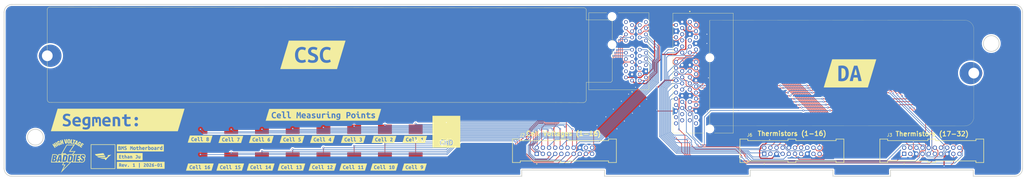
<source format=kicad_pcb>
(kicad_pcb (version 20241229) (generator "pcbnew") (generator_version "9.0")
  (layers (0 "F.Cu" signal) (2 "B.Cu" signal) (13 "F.Paste" user) (15 "B.Paste" user) (5 "F.SilkS" user "F.Silkscreen") (7 "B.SilkS" user "B.Silkscreen") (1 "F.Mask" user) (3 "B.Mask" user) (25 "Edge.Cuts" user))
  (net 0 "")
  (net 1 "CELL13")
  (net 2 "CELL10")
  (net 3 "CELL5")
  (net 4 "GND")
  (net 5 "CELL14")
  (net 6 "CELL15")
  (net 7 "CELL9")
  (net 8 "CELL4")
  (net 9 "CELL16")
  (net 10 "CELL2")
  (net 11 "CELL7")
  (net 12 "CELL6")
  (net 13 "CELL3")
  (net 14 "CELL8")
  (net 15 "CELL12")
  (net 16 "CELL1")
  (net 17 "CELL11")
  (net 18 "THERM23")
  (net 19 "THERM30")
  (net 20 "THERM19")
  (net 21 "THERM27")
  (net 22 "THERM26")
  (net 23 "THERM25")
  (net 24 "THERM31")
  (net 25 "THERM24")
  (net 26 "THERM21")
  (net 27 "THERM28")
  (net 28 "THERM18")
  (net 29 "THERM29")
  (net 30 "THERM22")
  (net 31 "THERM32")
  (net 32 "THERM20")
  (net 33 "unconnected-(J3-Pad02)")
  (net 34 "THERM11")
  (net 35 "THERM7")
  (net 36 "THERM3")
  (net 37 "THERM16")
  (net 38 "THERM13")
  (net 39 "THERM15")
  (net 40 "THERM9")
  (net 41 "THERM8")
  (net 42 "THERM6")
  (net 43 "THERM10")
  (net 44 "THERM5")
  (net 45 "THERM4")
  (net 46 "THERM2")
  (net 47 "THERM14")
  (net 48 "THERM12")
  (net 49 "THERM17")
  (net 50 "THERM1")
  (net 53 "/VREF2")
  (net 54 "/SCL")
  (net 55 "/MUX_OUT_1")
  (net 56 "/SDA")
  (net 57 "/MUX_OUT_2")
  (net 59 "/VREG")
  (net 61 "/MUX_OUT_4")
  (net 64 "/MUX_OUT_3")
  (net 75 "unconnected-(J5-Ain_35-PadB30)")
  (net 76 "unconnected-(J5-Ain_32-PadA29)")
  (net 82 "unconnected-(J6-Pad02)")
  (footprint "OEM:PCIe_Mount" (layer "F.Cu") (at 360.675 94.725 -90)
    (property "Reference" "H2" (hide yes))
    (property "Value" "CONN_MountingHole" (hide yes))
  )
  (footprint "kibuzzard-67479E66" (layer "F.Cu") (at 145.68 88.8)
    (property "Reference" "kibuzzard-67479E66" (hide yes))
    (property "Value" "G***" (hide yes))
  )
  (footprint "OEM:Test_Point_SMD" (layer "F.Cu") (at 159.11 112.99)
    (property "Reference" "TP10" (hide yes))
    (property "Value" "TP_SMD" (hide yes))
  )
  (footprint "kibuzzard-6747A1EF" (layer "F.Cu") (at 168.8 116.3)
    (property "Reference" "kibuzzard-6747A1EF" (hide yes))
    (property "Value" "G***" (hide yes))
  )
  (footprint "kibuzzard-691BC298" (layer "F.Cu") (at 89.5542 119.055)
    (property "Reference" "kibuzzard-691BC298" (hide yes))
    (property "Value" "G***" (hide yes))
  )
  (footprint "kibuzzard-6747A229" (layer "F.Cu") (at 128.7 125.3)
    (property "Reference" "kibuzzard-6747A229" (hide yes))
    (property "Value" "G***" (hide yes))
  )
  (footprint "OEM:Test_Point_SMD" (layer "F.Cu") (at 119.11 112.99)
    (property "Reference" "TP14" (hide yes))
    (property "Value" "TP_SMD" (hide yes))
  )
  (footprint "kibuzzard-6747A22C" (layer "F.Cu") (at 118.8 125.3)
    (property "Reference" "kibuzzard-6747A22C" (hide yes))
    (property "Value" "G***" (hide yes))
  )
  (footprint "kibuzzard-6747A22F" (layer "F.Cu") (at 108.9 125.3)
    (property "Reference" "kibuzzard-6747A22F" (hide yes))
    (property "Value" "G***" (hide yes))
  )
  (footprint "kibuzzard-6747A21D" (layer "F.Cu") (at 148.8 125.3)
    (property "Reference" "kibuzzard-6747A21D" (hide yes))
    (property "Value" "G***" (hide yes))
  )
  (footprint "OEM:SAMTEC_EHT-110-01-X-D (J_EHT-110-01-F-D)" (layer "F.Cu") (at 347 120)
    (property "Reference" "J3")
    (property "Value" "EHT-110-01-F-D")
  )
  (footprint "OEM:te_pcie_x1_connector" (layer "F.Cu") (at 249.5 97.13 -90)
    (property "Reference" "J4" (hide yes))
    (property "Value" "CONN_pcie_x1" (hide yes))
  )
  (footprint "kibuzzard-6747A204" (layer "F.Cu") (at 128.9 116.3)
    (property "Reference" "kibuzzard-6747A204" (hide yes))
    (property "Value" "G***" (hide yes))
  )
  (footprint "kibuzzard-67479E86" (layer "F.Cu") (at 320.4 94.825)
    (property "Reference" "kibuzzard-67479E86" (hide yes))
    (property "Value" "G***" (hide yes))
  )
  (footprint "OEM:Test_Point_SMD" (layer "F.Cu") (at 129.11 121.99)
    (property "Reference" "TP3" (hide yes))
    (property "Value" "TP_SMD" (hide yes))
  )
  (footprint "OEM:te_pcie_x4_connector" (layer "F.Cu") (at 268.3 78.08 90)
    (property "Reference" "J5" (hide yes))
    (property "Value" "CONN_pcie_x4" (hide yes))
  )
  (footprint "kibuzzard-6747A222" (layer "F.Cu") (at 138.7 125.3)
    (property "Reference" "kibuzzard-6747A222" (hide yes))
    (property "Value" "G***" (hide yes))
  )
  (footprint "OEM:OEM_Logo_8mm" (layer "F.Cu") (at 77.42 121.89)
    (property "Reference" "REF**" (hide yes))
    (property "Value" "OEM_Logo_8mm")
  )
  (footprint "OEM:Test_Point_SMD" (layer "F.Cu") (at 129.11 112.99)
    (property "Reference" "TP13" (hide yes))
    (property "Value" "TP_SMD" (hide yes))
  )
  (footprint "kibuzzard-6747A200" (layer "F.Cu") (at 138.9 116.3)
    (property "Reference" "kibuzzard-6747A200" (hide yes))
    (property "Value" "G***" (hide yes))
  )
  (footprint "kibuzzard-6747A1F5" (layer "F.Cu") (at 158.8 116.3)
    (property "Reference" "kibuzzard-6747A1F5" (hide yes))
    (property "Value" "G***" (hide yes))
  )
  (footprint "OEM:Test_Point_SMD" (layer "F.Cu") (at 109.11 121.99)
    (property "Reference" "TP1" (hide yes))
    (property "Value" "TP_SMD" (hide yes))
  )
  (footprint "OEM:Test_Point_SMD" (layer "F.Cu") (at 139.11 112.99)
    (property "Reference" "TP12" (hide yes))
    (property "Value" "TP_SMD" (hide yes))
  )
  (footprint "OEM:Test_Point_SMD" (layer "F.Cu") (at 169.11 112.99)
    (property "Reference" "TP9" (hide yes))
    (property "Value" "TP_SMD" (hide yes))
  )
  (footprint "OEM:Test_Point_SMD" (layer "F.Cu") (at 139.11 121.99)
    (property "Reference" "TP4" (hide yes))
    (property "Value" "TP_SMD" (hide yes))
  )
  (footprint "kibuzzard-6747A319" (layer "F.Cu") (at 189.1 113.8)
    (property "Reference" "kibuzzard-6747A319" (hide yes))
    (property "Value" "G***" (hide yes))
  )
  (footprint "kibuzzard-6747A1FA" (layer "F.Cu") (at 148.8 116.3)
    (property "Reference" "kibuzzard-6747A1FA" (hide yes))
    (property "Value" "G***" (hide yes))
  )
  (footprint "kibuzzard-6747A21A" (layer "F.Cu") (at 158.8 125.3)
    (property "Reference" "kibuzzard-6747A21A" (hide yes))
    (property "Value" "G***" (hide yes))
  )
  (footprint "OEM:Test_Point_SMD" (layer "F.Cu") (at 109.11 112.99)
    (property "Reference" "TP15" (hide yes))
    (property "Value" "TP_SMD" (hide yes))
  )
  (footprint "OEM:Test_Point_SMD" (layer "F.Cu") (at 179.11 112.99)
    (property "Reference" "TP8" (hide yes))
    (property "Value" "TP_SMD" (hide yes))
  )
  (footprint "OEM:Test_Point_SMD" (layer "F.Cu") (at 149.11 121.99)
    (property "Reference" "TP5" (hide yes))
    (property "Value" "TP_SMD" (hide yes))
  )
  (footprint "kibuzzard-69836BC9" (layer "F.Cu") (at 86.1035 121.89)
    (property "Reference" "kibuzzard-69836BC9" (hide yes))
    (property "Value" "G***" (hide yes))
  )
  (footprint "OEM:Test_Point_SMD" (layer "F.Cu") (at 149.11 112.99)
    (property "Reference" "TP11" (hide yes))
    (property "Value" "TP_SMD" (hide yes))
  )
  (footprint "OEM:SAMTEC_EHT-110-01-X-D (J_EHT-110-01-F-D)" (layer "F.Cu") (at 227.5 120)
    (property "Reference" "J2")
    (property "Value" "EHT-110-01-F-D")
  )
  (footprint "kibuzzard-6747F2A5" (layer "F.Cu") (at 82.19 109.97)
    (property "Reference" "kibuzzard-6747F2A5" (hide yes))
    (property "Value" "G***" (hide yes))
  )
  (footprint "kibuzzard-69836C11" (layer "F.Cu") (at 89.68428 124.7207)
    (property "Reference" "kibuzzard-69836C11" (hide yes))
    (property "Value" "G***" (hide yes))
  )
  (footprint "kibuzzard-6747A20D" (layer "F.Cu") (at 109 116.2)
    (property "Reference" "kibuzzard-6747A20D" (hide yes))
    (property "Value" "G***" (hide yes))
  )
  (footprint "kibuzzard-6747A069" (layer "F.Cu") (at 178.8 116.3)
    (property "Reference" "kibuzzard-6747A069" (hide yes))
    (property "Value" "G***" (hide yes))
  )
  (footprint "OEM:PCIe_Mount" (layer "F.Cu") (at 59.265149 89.088499 90)
    (property "Reference" "H1" (hide yes))
    (property "Value" "CONN_MountingHole" (hide yes))
  )
  (footprint "OEM:Test_Point_SMD" (layer "F.Cu") (at 119.11 121.99)
    (property "Reference" "TP2" (hide yes))
    (property "Value" "TP_SMD" (hide yes))
  )
  (footprint "LOGO" (layer "F.Cu") (at 66.185609 121.614809)
    (property "Reference" "G***" (hide yes))
    (property "Value" "LOGO" (hide yes))
  )
  (footprint "OEM:Test_Point_SMD" (layer "F.Cu") (at 189.11 112.99)
    (property "Reference" "TPG1" (hide yes))
    (property "Value" "TP_SMD" (hide yes))
  )
  (footprint "kibuzzard-6747A211" (layer "F.Cu") (at 178.7 125.3)
    (property "Reference" "kibuzzard-6747A211" (hide yes))
    (property "Value" "G***" (hide yes))
  )
  (footprint "kibuzzard-6747A209" (layer "F.Cu") (at 119 116.3)
    (property "Reference" "kibuzzard-6747A209" (hide yes))
    (property "Value" "G***" (hide yes))
  )
  (footprint "OEM:Test_Point_SMD" (layer "F.Cu") (at 169.11 121.99)
    (property "Reference" "TP7" (hide yes))
    (property "Value" "TP_SMD" (hide yes))
  )
  (footprint "OEM:Test_Point_SMD" (layer "F.Cu") (at 179.11 121.99)
    (property "Reference" "TP16" (hide yes))
    (property "Value" "TP_SMD" (hide yes))
  )
  (footprint "OEM:SAMTEC_EHT-110-01-X-D (J_EHT-110-01-F-D)" (layer "F.Cu") (at 301.5 120)
    (property "Reference" "J6")
    (property "Value" "EHT-110-01-F-D")
  )
  (footprint "OEM:Test_Point_SMD" (layer "F.Cu") (at 159.11 121.99)
    (property "Reference" "TP6" (hide yes))
    (property "Value" "TP_SMD" (hide yes))
  )
  (footprint "kibuzzard-6747A384" (layer "F.Cu") (at 149.1 108.3)
    (property "Reference" "kibuzzard-6747A384" (hide yes))
    (property "Value" "G***" (hide yes))
  )
  (footprint "kibuzzard-6747A215" (layer "F.Cu") (at 168.9 125.3)
    (property "Reference" "kibuzzard-6747A215" (hide yes))
    (property "Value" "G***" (hide yes))
  )
  (gr_line (start 233.83296 73.492996) (end 60.1048 73.25) (stroke (width 0.1)) (layer "F.SilkS"))
  (gr_line (start 274.725 77.575) (end 274.725 111.875) (stroke (width 0.1)) (layer "F.SilkS"))
  (gr_line (start 360.675 80.525) (end 360.675 108.925) (stroke (width 0.05)) (layer "F.SilkS"))
  (gr_arc (start 360.675 108.925) (mid 359.79632 111.04632) (end 357.675 111.925) (stroke (width 0.05)) (layer "F.SilkS"))
  (gr_line (start 59.250358 74.042375) (end 59.289642 103.477625) (stroke (width 0.1)) (layer "F.SilkS"))
  (gr_line (start 242.575 97.75) (end 234.625 97.75) (stroke (width 0.1)) (layer "F.SilkS"))
  (gr_line (start 274.725 77.575) (end 357.675 77.525) (stroke (width 0.05)) (layer "F.SilkS"))
  (gr_arc (start 60.122512 104.274999) (mid 59.572095 104.060189) (end 59.325793 103.523126) (stroke (width 0.1)) (layer "F.SilkS"))
  (gr_arc (start 357.675 77.525) (mid 359.79632 78.40368) (end 360.675 80.525) (stroke (width 0.05)) (layer "F.SilkS"))
  (gr_line (start 224.733339 104.275) (end 233.699323 104.309599) (stroke (width 0.1)) (layer "F.SilkS"))
  (gr_line (start 234.590042 103.452698) (end 234.625 97.725) (stroke (width 0.1)) (layer "F.SilkS"))
  (gr_line (start 243.075 97.25) (end 242.575 97.75) (stroke (width 0.1)) (layer "F.SilkS"))
  (gr_arc (start 234.590042 103.452698) (mid 234.316411 104.059654) (end 233.699323 104.309599) (stroke (width 0.1)) (layer "F.SilkS"))
  (gr_line (start 357.675 111.925) (end 274.725 111.875557) (stroke (width 0.05)) (layer "F.SilkS"))
  (gr_line (start 243.075 77.925) (end 243.075 97.25) (stroke (width 0.1)) (layer "F.SilkS"))
  (gr_line (start 242.575 77.425) (end 243.075 77.925) (stroke (width 0.1)) (layer "F.SilkS"))
  (gr_arc (start 233.83296 73.492996) (mid 234.384482 73.716691) (end 234.635383 74.25638) (stroke (width 0.1)) (layer "F.SilkS"))
  (gr_line (start 234.625 77.425) (end 242.575 77.425) (stroke (width 0.1)) (layer "F.SilkS"))
  (gr_arc (start 59.286509 74.087876) (mid 59.522131 73.499471) (end 60.1048 73.25) (stroke (width 0.1)) (layer "F.SilkS"))
  (gr_line (start 60.760211 104.275) (end 224.733339 104.275) (stroke (width 0.1)) (layer "F.SilkS"))
  (gr_line (start 234.625 77.425) (end 234.635384 74.25638) (stroke (width 0.1)) (layer "F.SilkS"))
  (gr_line (start 60.122512 104.274999) (end 60.760211 104.275) (stroke (width 0.1)) (layer "F.SilkS"))
  (gr_line (start 287.935766 126.23869) (end 314.859766 126.23869) (stroke (width 0.25)) (layer "Edge.Cuts"))
  (gr_line (start 213.614 126.238) (end 240.538 126.238) (stroke (width 0.25)) (layer "Edge.Cuts"))
  (gr_circle (center 366.356 85.1) (end 368.9341 85.1) (stroke (width 0.25)) (fill no) (layer "Edge.Cuts"))
  (gr_line (start 333.575205 126.237971) (end 333.575205 128.28) (stroke (width 0.25)) (layer "Edge.Cuts"))
  (gr_line (start 360.499205 126.237971) (end 360.499205 128.279971) (stroke (width 0.25)) (layer "Edge.Cuts"))
  (gr_line (start 213.614 126.238) (end 213.614 128.28) (stroke (width 0.25)) (layer "Edge.Cuts"))
  (gr_line (start 314.859766 126.23869) (end 314.859766 128.28) (stroke (width 0.25)) (layer "Edge.Cuts"))
  (gr_line (start 360.5 128.28) (end 373.976 128.28) (stroke (width 0.25)) (layer "Edge.Cuts"))
  (gr_arc (start 376.516 125.74) (mid 375.772051 127.536051) (end 373.976 128.28) (stroke (width 0.25)) (layer "Edge.Cuts"))
  (gr_line (start 240.538 128.28) (end 287.933766 128.28) (stroke (width 0.25)) (layer "Edge.Cuts"))
  (gr_line (start 240.538 126.238) (end 240.538 128.28) (stroke (width 0.25)) (layer "Edge.Cuts"))
  (gr_circle (center 55.404 115.58) (end 57.9821 115.58) (stroke (width 0.25)) (fill no) (layer "Edge.Cuts"))
  (gr_line (start 376.516 74.94) (end 376.516 125.74) (stroke (width 0.25)) (layer "Edge.Cuts"))
  (gr_arc (start 373.976 72.4) (mid 375.772051 73.143949) (end 376.516 74.94) (stroke (width 0.25)) (layer "Edge.Cuts"))
  (gr_arc (start 45.244 74.94) (mid 45.987949 73.143949) (end 47.784 72.4) (stroke (width 0.25)) (layer "Edge.Cuts"))
  (gr_line (start 45.244 74.94) (end 45.244 125.74) (stroke (width 0.25)) (layer "Edge.Cuts"))
  (gr_arc (start 47.784 128.28) (mid 45.987949 127.536051) (end 45.244 125.74) (stroke (width 0.25)) (layer "Edge.Cuts"))
  (gr_line (start 314.86 128.28) (end 333.575205 128.28) (stroke (width 0.25)) (layer "Edge.Cuts"))
  (gr_line (start 287.935766 126.23869) (end 287.935766 128.28069) (stroke (width 0.25)) (layer "Edge.Cuts"))
  (gr_line (start 47.784 72.4) (end 373.976 72.4) (stroke (width 0.25)) (layer "Edge.Cuts"))
  (gr_line (start 47.784 128.28) (end 213.62 128.28) (stroke (width 0.25)) (layer "Edge.Cuts"))
  (gr_line (start 333.575205 126.237971) (end 360.499205 126.237971) (stroke (width 0.25)) (layer "Edge.Cuts"))
  (gr_text "Cell Voltages (1-16)" (at 227.2 115.275 0) (layer "F.SilkS") (effects (font (size 1.5 1.5) (thickness 0.3)) (justify bottom)))
  (gr_text "Thermistors (1-16)\n" (at 301.525 115.275 0) (layer "F.SilkS") (effects (font (size 1.5 1.5) (thickness 0.3) (bold yes)) (justify bottom)))
  (gr_text "Thermistors (17-32)\n" (at 347.1 115.375 0) (layer "F.SilkS") (effects (font (size 1.5 1.5) (thickness 0.3) (bold yes)) (justify bottom)))
  (segment (start 217.009314 124) (end 213.5 120.490686) (width 0.2) (layer "F.Cu") (net 1))
  (segment (start 228.5 121) (end 225.5 124) (width 0.2) (layer "F.Cu") (net 1))
  (segment (start 225.5 124) (end 217.009314 124) (width 0.2) (layer "F.Cu") (net 1))
  (segment (start 213.5 116.337565) (end 214.02188 115.815685) (width 0.2) (layer "F.Cu") (net 1))
  (segment (start 139.11 119.6) (end 139.11 121.99) (width 0.2) (layer "F.Cu") (net 1))
  (segment (start 213.5 120.490686) (end 213.5 116.337565) (width 0.2) (layer "F.Cu") (net 1))
  (via (at 214.02188 115.815685) (size 0.6) (drill 0.3) (layers "F.Cu" "B.Cu") (net 1))
  (via (at 139.11 119.6) (size 0.6) (drill 0.3) (layers "F.Cu" "B.Cu") (net 1))
  (segment (start 139.135 119.625) (end 139.11 119.6) (width 0.2) (layer "B.Cu") (net 1))
  (segment (start 228.115 121.385) (end 226.5 123) (width 0.2) (layer "B.Cu") (net 1))
  (segment (start 216.1 118.426998) (end 219.85837 114.668628) (width 0.2) (layer "B.Cu") (net 1))
  (segment (start 228.115 120.79) (end 228.115 121.385) (width 0.2) (layer "B.Cu") (net 1))
  (segment (start 255.7 96.834165) (end 255.7 91.83) (width 0.2) (layer "B.Cu") (net 1))
  (segment (start 226.5 123) (end 218 123) (width 0.2) (layer "B.Cu") (net 1))
  (segment (start 214.02188 115.815685) (end 213.82188 115.615685) (width 0.2) (layer "B.Cu") (net 1))
  (segment (start 149.125 119.625) (end 139.135 119.625) (width 0.2) (layer "B.Cu") (net 1))
  (segment (start 216.1 121.1) (end 216.1 118.426998) (width 0.2) (layer "B.Cu") (net 1))
  (segment (start 219.85837 114.668628) (end 237.865537 114.668628) (width 0.2) (layer "B.Cu") (net 1))
  (segment (start 213.82188 115.615685) (end 193.131373 115.615685) (width 0.2) (layer "B.Cu") (net 1))
  (segment (start 193.131373 115.615685) (end 189.122058 119.625) (width 0.2) (layer "B.Cu") (net 1))
  (segment (start 189.122058 119.625) (end 149.125 119.625) (width 0.2) (layer "B.Cu") (net 1))
  (segment (start 255.7 91.83) (end 254 90.13) (width 0.2) (layer "B.Cu") (net 1))
  (segment (start 237.865537 114.668628) (end 255.7 96.834165) (width 0.2) (layer "B.Cu") (net 1))
  (segment (start 218 123) (end 216.1 121.1) (width 0.2) (layer "B.Cu") (net 1))
  (segment (start 243.996567 90.805003) (end 224.15157 110.65) (width 0.2) (layer "F.Cu") (net 2))
  (segment (start 218.915686 110.65) (end 216.475 113.090686) (width 0.2) (layer "F.Cu") (net 2))
  (segment (start 216.476 115.848943) (end 216.475 115.849943) (width 0.2) (layer "F.Cu") (net 2))
  (segment (start 216.125 118.174056) (end 216.125 121.125) (width 0.2) (layer "F.Cu") (net 2))
  (segment (start 243.996567 88.13) (end 243.996567 90.805003) (width 0.2) (layer "F.Cu") (net 2))
  (segment (start 216.475 115.849943) (end 216.475 117.824056) (width 0.2) (layer "F.Cu") (net 2))
  (segment (start 216.475 113.090686) (end 216.475 114.975) (width 0.2) (layer "F.Cu") (net 2))
  (segment (start 224.15157 110.65) (end 218.915686 110.65) (width 0.2) (layer "F.Cu") (net 2))
  (segment (start 216.475 115.350057) (end 216.476 115.351057) (width 0.2) (layer "F.Cu") (net 2))
  (segment (start 216.125 121.125) (end 217.797 122.797) (width 0.2) (layer "F.Cu") (net 2))
  (segment (start 169.114958 117.8) (end 169.11 117.804958) (width 0.2) (layer "F.Cu") (net 2))
  (segment (start 217.797 122.797) (end 221.703 122.797) (width 0.2) (layer "F.Cu") (net 2))
  (segment (start 169.11 117.804958) (end 169.11 121.99) (width 0.2) (layer "F.Cu") (net 2))
  (segment (start 216.476 115.351057) (end 216.476 115.848943) (width 0.2) (layer "F.Cu") (net 2))
  (segment (start 221.703 122.797) (end 222.5 122) (width 0.2) (layer "F.Cu") (net 2))
  (segment (start 216.673709 115.173709) (end 216.475 114.975) (width 0.2) (layer "F.Cu") (net 2))
  (segment (start 216.475 114.975) (end 216.475 115.350057) (width 0.2) (layer "F.Cu") (net 2))
  (segment (start 216.673709 115.645446) (end 216.673709 115.173709) (width 0.2) (layer "F.Cu") (net 2))
  (segment (start 216.475 117.824056) (end 216.125 118.174056) (width 0.2) (layer "F.Cu") (net 2))
  (segment (start 222.5 122) (end 222.5 121) (width 0.2) (layer "F.Cu") (net 2))
  (via (at 243.996567 88.13) (size 0.6) (drill 0.3) (layers "F.Cu" "B.Cu") (net 2))
  (via (at 169.114958 117.8) (size 0.6) (drill 0.3) (layers "F.Cu" "B.Cu") (net 2))
  (via (at 216.673709 115.645446) (size 0.6) (drill 0.3) (layers "F.Cu" "B.Cu") (net 2))
  (segment (start 192.634315 114.415685) (end 189.3 117.75) (width 0.2) (layer "B.Cu") (net 2))
  (segment (start 243.996567 88.13) (end 247.5 88.13) (width 0.2) (layer "B.Cu") (net 2))
  (segment (start 216.673709 115.645446) (end 216.673709 115.514394) (width 0.2) (layer "B.Cu") (net 2))
  (segment (start 215.575 114.415685) (end 192.634315 114.415685) (width 0.2) (layer "B.Cu") (net 2))
  (segment (start 189.3 117.75) (end 179.2 117.75) (width 0.2) (layer "B.Cu") (net 2))
  (segment (start 215.959314 114.8) (end 215.575 114.415685) (width 0.2) (layer "B.Cu") (net 2))
  (segment (start 216.673709 115.514394) (end 215.959315 114.8) (width 0.2) (layer "B.Cu") (net 2))
  (segment (start 169.164958 117.75) (end 169.114958 117.8) (width 0.2) (layer "B.Cu") (net 2))
  (segment (start 179.2 117.75) (end 169.164958 117.75) (width 0.2) (layer "B.Cu") (net 2))
  (segment (start 215.959315 114.8) (end 215.959314 114.8) (width 0.2) (layer "B.Cu") (net 2))
  (segment (start 222.115 113.268628) (end 222.115 118.79) (width 0.2) (layer "F.Cu") (net 3))
  (via (at 222.115 113.268628) (size 0.6) (drill 0.3) (layers "F.Cu" "B.Cu") (net 3))
  (via (at 139.11 112.8) (size 0.6) (drill 0.3) (layers "F.Cu" "B.Cu") (net 3))
  (segment (start 219.862256 112.4) (end 190.611273 112.4) (width 0.2) (layer "B.Cu") (net 3))
  (segment (start 257.3 87.43) (end 254 84.13) (width 0.2) (layer "B.Cu") (net 3))
  (segment (start 257.3 97.496909) (end 257.3 87.43) (width 0.2) (layer "B.Cu") (net 3))
  (segment (start 190.011273 113) (end 139.31 113) (width 0.2) (layer "B.Cu") (net 3))
  (segment (start 222.115 113.268628) (end 221.846372 113) (width 0.2) (layer "B.Cu") (net 3))
  (segment (start 190.611273 112.4) (end 190.011273 113) (width 0.2) (layer "B.Cu") (net 3))
  (segment (start 224.636372 116.268628) (end 238.528281 116.268628) (width 0.2) (layer "B.Cu") (net 3))
  (segment (start 238.528281 116.268628) (end 257.3 97.496909) (width 0.2) (layer "B.Cu") (net 3))
  (segment (start 222.115 118.79) (end 224.636372 116.268628) (width 0.2) (layer "B.Cu") (net 3))
  (segment (start 220.462256 113) (end 219.862256 112.4) (width 0.2) (layer "B.Cu") (net 3))
  (segment (start 139.31 113) (end 139.11 112.8) (width 0.2) (layer "B.Cu") (net 3))
  (segment (start 221.846372 113) (end 220.462256 113) (width 0.2) (layer "B.Cu") (net 3))
  (segment (start 346.105 115.473) (end 345.694 115.062) (width 0.381) (layer "F.Cu") (net 4))
  (segment (start 268.3 102.08) (end 266.986 103.394) (width 0.25) (layer "F.Cu") (net 4))
  (segment (start 291.41 119.215) (end 291 119.625) (width 0.381) (layer "F.Cu") (net 4))
  (segment (start 189.11 112.99) (end 189.11 110.81) (width 0.2) (layer "F.Cu") (net 4))
  (segment (start 257.85 99.425) (end 260.195 97.08) (width 0.381) (layer "F.Cu") (net 4))
  (segment (start 270.3 107.08) (end 273.844 107.08) (width 0.381) (layer "F.Cu") (net 4))
  (segment (start 271.114 96.266) (end 274.352 96.266) (width 0.2) (layer "F.Cu") (net 4))
  (segment (start 291 122) (end 291.5 122.5) (width 0.381) (layer "F.Cu") (net 4))
  (segment (start 273.844 85.08) (end 270.3 85.08) (width 0.381) (layer "F.Cu") (net 4))
  (segment (start 189.11 110.81) (end 189.1 110.8) (width 0.2) (layer "F.Cu") (net 4))
  (segment (start 249.5 95.13) (end 250.5 94.13) (width 0.2) (layer "F.Cu") (net 4))
  (segment (start 292.715 117.91) (end 292.048507 117.91) (width 0.381) (layer "F.Cu") (net 4))
  (segment (start 291.5 122.5) (end 295 122.5) (width 0.381) (layer "F.Cu") (net 4))
  (segment (start 341 120) (end 341 117.1) (width 0.2) (layer "F.Cu") (net 4))
  (segment (start 351 125) (end 351 122) (width 0.381) (layer "F.Cu") (net 4))
  (segment (start 263.8 107.08) (end 264.796462 106.083538) (width 0.25) (layer "F.Cu") (net 4))
  (segment (start 291.41 118.548507) (end 291.41 119.215) (width 0.381) (layer "F.Cu") (net 4))
  (segment (start 291 119.625) (end 291 122) (width 0.381) (layer "F.Cu") (net 4))
  (segment (start 250.5 94.13) (end 254 94.13) (width 0.2) (layer "F.Cu") (net 4))
  (segment (start 270.3 97.08) (end 271.114 96.266) (width 0.2) (layer "F.Cu") (net 4))
  (segment (start 273.844 82.08) (end 268.3 82.08) (width 0.25) (layer "F.Cu") (net 4))
  (segment (start 264.796462 106.083538) (end 264.796462 103.083538) (width 0.25) (layer "F.Cu") (net 4))
  (segment (start 295 122.5) (end 296.5 121) (width 0.381) (layer "F.Cu") (net 4))
  (segment (start 257.55 99.425) (end 257.85 99.425) (width 0.381) (layer "F.Cu") (net 4))
  (segment (start 257.90353 107.08) (end 257.611765 106.788235) (width 0.25) (layer "F.Cu") (net 4))
  (segment (start 342 121.5) (end 341.981 121.519) (width 0.2) (layer "F.Cu") (net 4))
  (segment (start 346.105 118.83) (end 346.105 115.473) (width 0.381) (layer "F.Cu") (net 4))
  (segment (start 292.048507 117.91) (end 291.41 118.548507) (width 0.381) (layer "F.Cu") (net 4))
  (segment (start 260.195 97.08) (end 263.8 97.08) (width 0.381) (layer "F.Cu") (net 4))
  (segment (start 342 121) (end 341 120) (width 0.2) (layer "F.Cu") (net 4))
  (segment (start 266.986 106.426) (end 267.64 107.08) (width 0.25) (layer "F.Cu") (net 4))
  (segment (start 294.25 116.375) (end 292.715 117.91) (width 0.381) (layer "F.Cu") (net 4))
  (segment (start 266.986 103.394) (end 266.986 106.426) (width 0.25) (layer "F.Cu") (net 4))
  (segment (start 267.64 107.08) (end 270.3 107.08) (width 0.25) (layer "F.Cu") (net 4))
  (segment (start 264.796462 103.083538) (end 265.8 102.08) (width 0.25) (layer "F.Cu") (net 4))
  (segment (start 351 122) (end 352 121) (width 0.381) (layer "F.Cu") (net 4))
  (segment (start 263.8 107.08) (end 257.90353 107.08) (width 0.25) (layer "F.Cu") (net 4))
  (via (at 257.611765 106.788235) (size 0.6) (drill 0.3) (layers "F.Cu" "B.Cu") (net 4))
  (via (at 274.352 96.266) (size 0.6) (drill 0.3) (layers "F.Cu" "B.Cu") (net 4))
  (via (at 294.25 116.375) (size 0.6) (drill 0.3) (layers "F.Cu" "B.Cu") (net 4))
  (via (at 250.64 99.34) (size 0.6) (drill 0.3) (layers "F.Cu" "B.Cu") (net 4))
  (via (at 273.844 82.08) (size 0.6) (drill 0.3) (layers "F.Cu" "B.Cu") (net 4))
  (via (at 257.55 99.425) (size 0.6) (drill 0.3) (layers "F.Cu" "B.Cu") (net 4))
  (via (at 238.12 111.79) (size 0.6) (drill 0.3) (layers "F.Cu" "B.Cu") (net 4))
  (via (at 345.694 115.062) (size 0.6) (drill 0.3) (layers "F.Cu" "B.Cu") (net 4))
  (via (at 254.24 103.24) (size 0.6) (drill 0.3) (layers "F.Cu" "B.Cu") (net 4))
  (via (at 243.41 106.44) (size 0.6) (drill 0.3) (layers "F.Cu" "B.Cu") (net 4))
  (via (at 246.02 103.87) (size 0.6) (drill 0.3) (layers "F.Cu" "B.Cu") (net 4))
  (via (at 247.01 110.34) (size 0.6) (drill 0.3) (layers "F.Cu" "B.Cu") (net 4))
  (via (at 241.72 115.69) (size 0.6) (drill 0.3) (layers "F.Cu" "B.Cu") (net 4))
  (via (at 351 125) (size 0.6) (drill 0.3) (layers "F.Cu" "B.Cu") (net 4))
  (via (at 341 117.1) (size 0.6) (drill 0.3) (layers "F.Cu" "B.Cu") (net 4))
  (via (at 273.844 85.08) (size 0.6) (drill 0.3) (layers "F.Cu" "B.Cu") (net 4))
  (via (at 248.38 101.57) (size 0.6) (drill 0.3) (layers "F.Cu" "B.Cu") (net 4))
  (via (at 273.844 107.08) (size 0.6) (drill 0.3) (layers "F.Cu" "B.Cu") (net 4))
  (via (at 189.1 110.8) (size 0.6) (drill 0.3) (layers "F.Cu" "B.Cu") (net 4))
  (via (at 249.62 107.77) (size 0.6) (drill 0.3) (layers "F.Cu" "B.Cu") (net 4))
  (via (at 251.98 105.47) (size 0.6) (drill 0.3) (layers "F.Cu" "B.Cu") (net 4))
  (via (at 244.58 112.85) (size 0.6) (drill 0.3) (layers "F.Cu" "B.Cu") (net 4))
  (via (at 240.98 108.95) (size 0.6) (drill 0.3) (layers "F.Cu" "B.Cu") (net 4))
  (segment (start 271.812 87.63) (end 271.812 86.592) (width 0.381) (layer "B.Cu") (net 4))
  (segment (start 315 122.5) (end 316.5 121) (width 0.381) (layer "B.Cu") (net 4))
  (segment (start 237.6685 117.9085) (end 233.5915 117.9085) (width 0.2) (layer "B.Cu") (net 4))
  (segment (start 316.5 121) (end 316.5 118.5) (width 0.381) (layer "B.Cu") (net 4))
  (segment (start 267.964 89.916) (end 268.042 89.916) (width 0.381) (layer "B.Cu") (net 4))
  (segment (start 315.5 117.5) (end 312 117.5) (width 0.381) (layer "B.Cu") (net 4))
  (segment (start 306.5 121) (end 308 122.5) (width 0.381) (layer "B.Cu") (net 4))
  (segment (start 268.042 89.916) (end 269.526 89.916) (width 0.381) (layer "B.Cu") (net 4))
  (segment (start 271.812 86.592) (end 270.3 85.08) (width 0.381) (layer "B.Cu") (net 4))
  (segment (start 301.84 117.5) (end 300.5 118.84) (width 0.381) (layer "B.Cu") (net 4))
  (segment (start 312 117.5) (end 311.9 117.5) (width 0.381) (layer "B.Cu") (net 4))
  (segment (start 300.5 118.84) (end 300.5 119) (width 0.381) (layer "B.Cu") (net 4))
  (segment (start 220.775 110.4) (end 221.25 109.925) (width 0.2) (layer "B.Cu") (net 4))
  (segment (start 308 122.5) (end 315 122.5) (width 0.381) (layer "B.Cu") (net 4))
  (segment (start 268.3 92.08) (end 265.8 92.08) (width 0.381) (layer "B.Cu") (net 4))
  (segment (start 233.5 120) (end 237.52 120) (width 0.2) (layer "B.Cu") (net 4))
  (segment (start 232.325 119) (end 232.5 119) (width 0.2) (layer "B.Cu") (net 4))
  (segment (start 265.8 92.08) (end 267.964 89.916) (width 0.381) (layer "B.Cu") (net 4))
  (segment (start 312 117.5) (end 301.84 117.5) (width 0.381) (layer "B.Cu") (net 4))
  (segment (start 189.1 110.8) (end 189.5 110.4) (width 0.2) (layer "B.Cu") (net 4))
  (segment (start 269.526 89.916) (end 271.812 87.63) (width 0.381) (layer "B.Cu") (net 4))
  (segment (start 189.5 110.4) (end 220.775 110.4) (width 0.2) (layer "B.Cu") (net 4))
  (segment (start 316.5 118.5) (end 315.5 117.5) (width 0.381) (layer "B.Cu") (net 4))
  (segment (start 238.08 118.32) (end 237.6685 117.9085) (width 0.2) (layer "B.Cu") (net 4))
  (segment (start 232.5 119) (end 233.5 120) (width 0.2) (layer "B.Cu") (net 4))
  (segment (start 265.8 78.08) (end 266.986 79.266) (width 0.381) (layer "B.Cu") (net 4))
  (segment (start 266.986 80.766) (end 268.3 82.08) (width 0.381) (layer "B.Cu") (net 4))
  (segment (start 232.4125 119.0875) (end 232.325 119) (width 0.2) (layer "B.Cu") (net 4))
  (segment (start 266.986 79.266) (end 266.986 80.766) (width 0.381) (layer "B.Cu") (net 4))
  (segment (start 233.5915 117.9085) (end 232.4125 119.0875) (width 0.2) (layer "B.Cu") (net 4))
  (segment (start 129.125 120.175) (end 129.125 121.975) (width 0.2) (layer "F.Cu") (net 5))
  (segment (start 231.5 106.13) (end 231.5 120) (width 0.2) (layer "F.Cu") (net 5))
  (segment (start 231.5 120) (end 227 124.5) (width 0.2) (layer "F.Cu") (net 5))
  (segment (start 216.943628 124.5) (end 212.91251 120.468882) (width 0.2) (layer "F.Cu") (net 5))
  (segment (start 129.125 121.975) (end 129.11 121.99) (width 0.2) (layer "F.Cu") (net 5))
  (segment (start 227 124.5) (end 216.943628 124.5) (width 0.2) (layer "F.Cu") (net 5))
  (segment (start 212.91251 120.468882) (end 212.91251 116.215685) (width 0.2) (layer "F.Cu") (net 5))
  (segment (start 247.5 90.13) (end 231.5 106.13) (width 0.2) (layer "F.Cu") (net 5))
  (via (at 129.125 120.175) (size 0.6) (drill 0.3) (layers "F.Cu" "B.Cu") (net 5))
  (via (at 212.91251 116.215685) (size 0.6) (drill 0.3) (layers "F.Cu" "B.Cu") (net 5))
  (segment (start 212.71251 116.015685) (end 212.91251 116.215685) (width 0.2) (layer "B.Cu") (net 5))
  (segment (start 189.215685 120.2) (end 193.4 116.015685) (width 0.2) (layer "B.Cu") (net 5))
  (segment (start 129.15 120.2) (end 189.215685 120.2) (width 0.2) (layer "B.Cu") (net 5))
  (segment (start 129.125 120.175) (end 129.15 120.2) (width 0.2) (layer "B.Cu") (net 5))
  (segment (start 193.4 116.015685) (end 212.71251 116.015685) (width 0.2) (layer "B.Cu") (net 5))
  (segment (start 232.5 121) (end 228.5 125) (width 0.2) (layer "F.Cu") (net 6))
  (segment (start 216.877942 125) (end 212.27085 120.392908) (width 0.2) (layer "F.Cu") (net 6))
  (segment (start 212.27085 120.392908) (end 212.27085 116.693468) (width 0.2) (layer "F.Cu") (net 6))
  (segment (start 228.5 125) (end 216.877942 125) (width 0.2) (layer "F.Cu") (net 6))
  (via (at 119.1 120.65) (size 0.6) (drill 0.3) (layers "F.Cu" "B.Cu") (net 6))
  (via (at 212.27085 116.693468) (size 0.6) (drill 0.3) (layers "F.Cu" "B.Cu") (net 6))
  (segment (start 212.27085 116.49585) (end 212.27085 116.693468) (width 0.2) (layer "B.Cu") (net 6))
  (segment (start 193.565686 116.415685) (end 212.190685 116.415685) (width 0.2) (layer "B.Cu") (net 6))
  (segment (start 232.115 121.385) (end 230.099 123.401) (width 0.2) (layer "B.Cu") (net 6))
  (segment (start 119.225 120.775) (end 189.206371 120.775) (width 0.2) (layer "B.Cu") (net 6))
  (segment (start 217.8339 123.401) (end 215.699 121.2661) (width 0.2) (layer "B.Cu") (net 6))
  (segment (start 255.299 96.668065) (end 255.299 92.156207) (width 0.2) (layer "B.Cu") (net 6))
  (segment (start 237.699437 114.267628) (end 255.299 96.668065) (width 0.2) (layer "B.Cu") (net 6))
  (segment (start 230.099 123.401) (end 217.8339 123.401) (width 0.2) (layer "B.Cu") (net 6))
  (segment (start 215.699 118.260898) (end 219.69227 114.267628) (width 0.2) (layer "B.Cu") (net 6))
  (segment (start 189.206371 120.775) (end 193.565686 116.415685) (width 0.2) (layer "B.Cu") (net 6))
  (segment (start 254.272793 91.13) (end 252 91.13) (width 0.2) (layer "B.Cu") (net 6))
  (segment (start 232.115 120.79) (end 232.115 121.385) (width 0.2) (layer "B.Cu") (net 6))
  (segment (start 219.69227 114.267628) (end 237.699437 114.267628) (width 0.2) (layer "B.Cu") (net 6))
  (segment (start 215.699 121.2661) (end 215.699 118.260898) (width 0.2) (layer "B.Cu") (net 6))
  (segment (start 255.299 92.156207) (end 254.272793 91.13) (width 0.2) (layer "B.Cu") (net 6))
  (segment (start 119.1 120.65) (end 119.225 120.775) (width 0.2) (layer "B.Cu") (net 6))
  (segment (start 212.190685 116.415685) (end 212.27085 116.49585) (width 0.2) (layer "B.Cu") (net 6))
  (segment (start 219.325 120) (end 220.115 120.79) (width 0.2) (layer "F.Cu") (net 7))
  (segment (start 217.15 118.280428) (end 217.15 119.075) (width 0.2) (layer "F.Cu") (net 7))
  (segment (start 217.998007 117.432421) (end 217.15 118.280428) (width 0.2) (layer "F.Cu") (net 7))
  (segment (start 218.075 120) (end 219.325 120) (width 0.2) (layer "F.Cu") (net 7))
  (segment (start 179.11 117.15) (end 179.11 121.99) (width 0.2) (layer "F.Cu") (net 7))
  (segment (start 217.998007 113.911236) (end 217.998007 117.432421) (width 0.2) (layer "F.Cu") (net 7))
  (segment (start 217.886771 113.8) (end 217.998007 113.911236) (width 0.2) (layer "F.Cu") (net 7))
  (segment (start 217.15 119.075) (end 218.075 120) (width 0.2) (layer "F.Cu") (net 7))
  (via (at 217.886771 113.8) (size 0.6) (drill 0.3) (layers "F.Cu" "B.Cu") (net 7))
  (via (at 179.11 117.15) (size 0.6) (drill 0.3) (layers "F.Cu" "B.Cu") (net 7))
  (segment (start 217.886771 113.8) (end 217.675 114.011771) (width 0.2) (layer "B.Cu") (net 7))
  (segment (start 215.725 114) (end 192.484314 114) (width 0.2) (layer "B.Cu") (net 7))
  (segment (start 220.189742 115.468628) (end 238.196909 115.468628) (width 0.2) (layer "B.Cu") (net 7))
  (segment (start 216.125 114.4) (end 215.725 114) (width 0.2) (layer "B.Cu") (net 7))
  (segment (start 217.2335 118.42487) (end 220.189742 115.468628) (width 0.2) (layer "B.Cu") (net 7))
  (segment (start 217.2335 119.15513) (end 217.2335 118.42487) (width 0.2) (layer "B.Cu") (net 7))
  (segment (start 217.675 114.048529) (end 217.323529 114.4) (width 0.2) (layer "B.Cu") (net 7))
  (segment (start 238.196909 115.468628) (end 256.5 97.165537) (width 0.2) (layer "B.Cu") (net 7))
  (segment (start 220.115 120.79) (end 219.325 120) (width 0.2) (layer "B.Cu") (net 7))
  (segment (start 217.323529 114.4) (end 216.125 114.4) (width 0.2) (layer "B.Cu") (net 7))
  (segment (start 256.5 90.63) (end 254 88.13) (width 0.2) (layer "B.Cu") (net 7))
  (segment (start 192.484314 114) (end 189.959314 116.525) (width 0.2) (layer "B.Cu") (net 7))
  (segment (start 256.5 97.165537) (end 256.5 90.63) (width 0.2) (layer "B.Cu") (net 7))
  (segment (start 218.07837 120) (end 217.2335 119.15513) (width 0.2) (layer "B.Cu") (net 7))
  (segment (start 217.675 114.011771) (end 217.675 114.048529) (width 0.2) (layer "B.Cu") (net 7))
  (segment (start 189.334314 117.15) (end 179.11 117.15) (width 0.2) (layer "B.Cu") (net 7))
  (segment (start 219.325 120) (end 218.07837 120) (width 0.2) (layer "B.Cu") (net 7))
  (segment (start 189.959314 116.525) (end 189.334314 117.15) (width 0.2) (layer "B.Cu") (net 7))
  (segment (start 149.11 112.99) (end 149.11 112.41) (width 0.2) (layer "F.Cu") (net 8))
  (segment (start 224.115 112.383628) (end 224.115 112.6) (width 0.2) (layer "F.Cu") (net 8))
  (segment (start 245.796567 83.109976) (end 245.796567 90.702061) (width 0.2) (layer "F.Cu") (net 8))
  (segment (start 224.115 112.6) (end 224.115 118.79) (width 0.2) (layer "F.Cu") (net 8))
  (segment (start 245.796567 90.702061) (end 224.115 112.383628) (width 0.2) (layer "F.Cu") (net 8))
  (segment (start 223.7 113.1) (end 224.115 112.685) (width 0.2) (layer "F.Cu") (net 8))
  (segment (start 149.11 112.41) (end 149.1 112.4) (width 0.2) (layer "F.Cu") (net 8))
  (segment (start 224.115 112.685) (end 224.115 112.6) (width 0.2) (layer "F.Cu") (net 8))
  (via (at 149.1 112.4) (size 0.6) (drill 0.3) (layers "F.Cu" "B.Cu") (net 8))
  (via (at 223.7 113.1) (size 0.6) (drill 0.3) (layers "F.Cu" "B.Cu") (net 8))
  (via (at 245.796567 83.109976) (size 0.6) (drill 0.3) (layers "F.Cu" "B.Cu") (net 8))
  (segment (start 223.7 113.1) (end 223.2 112.6) (width 0.2) (layer "B.Cu") (net 8))
  (segment (start 189.845587 112.6) (end 149.3 112.6) (width 0.2) (layer "B.Cu") (net 8))
  (segment (start 220.627942 112.6) (end 220.027942 112) (width 0.2) (layer "B.Cu") (net 8))
  (segment (start 245.796567 83.109976) (end 245.816591 83.13) (width 0.2) (layer "B.Cu") (net 8))
  (segment (start 190.445587 112) (end 189.845587 112.6) (width 0.2) (layer "B.Cu") (net 8))
  (segment (start 220.027942 112) (end 190.445587 112) (width 0.2) (layer "B.Cu") (net 8))
  (segment (start 245.816591 83.13) (end 249.5 83.13) (width 0.2) (layer "B.Cu") (net 8))
  (segment (start 149.3 112.6) (end 149.1 112.4) (width 0.2) (layer "B.Cu") (net 8))
  (segment (start 223.2 112.6) (end 220.627942 112.6) (width 0.2) (layer "B.Cu") (net 8))
  (segment (start 236.085993 120.0005) (end 236.914007 120.0005) (width 0.2) (layer "F.Cu") (net 9))
  (segment (start 216.949256 125.637) (end 211.67085 120.358594) (width 0.2) (layer "F.Cu") (net 9))
  (segment (start 250 91.13) (end 252 93.13) (width 0.2) (layer "F.Cu") (net 9))
  (segment (start 237.4995 119.414007) (end 237.4995 118.585993) (width 0.2) (layer "F.Cu") (net 9))
  (segment (start 237.4995 118.585993) (end 237 118.086493) (width 0.2) (layer "F.Cu") (net 9))
  (segment (start 237 118.086493) (end 237 101.195686) (width 0.2) (layer "F.Cu") (net 9))
  (segment (start 249.5 91.13) (end 250 91.13) (width 0.2) (layer "F.Cu") (net 9))
  (segment (start 236.914007 120.0005) (end 236.914007 119.9995) (width 0.2) (layer "F.Cu") (net 9))
  (segment (start 236.914007 119.9995) (end 237.4995 119.414007) (width 0.2) (layer "F.Cu") (net 9))
  (segment (start 234.5 121) (end 229.863 125.637) (width 0.2) (layer "F.Cu") (net 9))
  (segment (start 229.863 125.637) (end 216.949256 125.637) (width 0.2) (layer "F.Cu") (net 9))
  (segment (start 235.086493 121) (end 236.085993 120.0005) (width 0.2) (layer "F.Cu") (net 9))
  (segment (start 211.67085 120.358594) (end 211.67085 117.239897) (width 0.2) (layer "F.Cu") (net 9))
  (segment (start 237 101.195686) (end 247.065686 91.13) (width 0.2) (layer "F.Cu") (net 9))
  (segment (start 234.5 121) (end 235.086493 121) (width 0.2) (layer "F.Cu") (net 9))
  (segment (start 247.065686 91.13) (end 249.5 91.13) (width 0.2) (layer "F.Cu") (net 9))
  (via (at 109.1 121.2) (size 0.6) (drill 0.3) (layers "F.Cu" "B.Cu") (net 9))
  (via (at 211.67085 117.239897) (size 0.6) (drill 0.3) (layers "F.Cu" "B.Cu") (net 9))
  (segment (start 189.297057 121.25) (end 109.15 121.25) (width 0.2) (layer "B.Cu") (net 9))
  (segment (start 211.67085 117.239897) (end 211.246638 116.815685) (width 0.2) (layer "B.Cu") (net 9))
  (segment (start 109.15 121.25) (end 109.1 121.2) (width 0.2) (layer "B.Cu") (net 9))
  (segment (start 193.731372 116.815685) (end 189.297057 121.25) (width 0.2) (layer "B.Cu") (net 9))
  (segment (start 211.246638 116.815685) (end 193.731372 116.815685) (width 0.2) (layer "B.Cu") (net 9))
  (segment (start 228.12 111.7) (end 228.12 108.944314) (width 0.2) (layer "F.Cu") (net 10))
  (segment (start 228.115 118.79) (end 228.12 118.785) (width 0.2) (layer "F.Cu") (net 10))
  (segment (start 228.12 111.78) (end 228.12 111.7) (width 0.2) (layer "F.Cu") (net 10))
  (segment (start 246.38 90.684314) (end 246.38 83.25) (width 0.2) (layer "F.Cu") (net 10))
  (segment (start 228.12 118.785) (end 228.12 111.7) (width 0.2) (layer "F.Cu") (net 10))
  (segment (start 228.12 108.944314) (end 246.38 90.684314) (width 0.2) (layer "F.Cu") (net 10))
  (segment (start 169.11 112.99) (end 169.11 111.61) (width 0.2) (layer "F.Cu") (net 10))
  (segment (start 169.11 111.61) (end 169.1 111.6) (width 0.2) (layer "F.Cu") (net 10))
  (segment (start 227.7 112.2) (end 228.12 111.78) (width 0.2) (layer "F.Cu") (net 10))
  (segment (start 246.38 83.25) (end 247.5 82.13) (width 0.2) (layer "F.Cu") (net 10))
  (via (at 169.1 111.6) (size 0.6) (drill 0.3) (layers "F.Cu" "B.Cu") (net 10))
  (via (at 227.7 112.2) (size 0.6) (drill 0.3) (layers "F.Cu" "B.Cu") (net 10))
  (segment (start 220.359314 111.2) (end 190.114215 111.2) (width 0.2) (layer "B.Cu") (net 10))
  (segment (start 227.668174 112.2) (end 227.184087 111.715913) (width 0.2) (layer "B.Cu") (net 10))
  (segment (start 189.514215 111.8) (end 169.3 111.8) (width 0.2) (layer "B.Cu") (net 10))
  (segment (start 227.184087 111.715913) (end 220.875227 111.715913) (width 0.2) (layer "B.Cu") (net 10))
  (segment (start 220.875227 111.715913) (end 220.359314 111.2) (width 0.2) (layer "B.Cu") (net 10))
  (segment (start 169.3 111.8) (end 169.1 111.6) (width 0.2) (layer "B.Cu") (net 10))
  (segment (start 227.7 112.2) (end 227.668174 112.2) (width 0.2) (layer "B.Cu") (net 10))
  (segment (start 190.114215 111.2) (end 189.514215 111.8) (width 0.2) (layer "B.Cu") (net 10))
  (segment (start 218.6 118.305) (end 218.115 118.79) (width 0.2) (layer "F.Cu") (net 11))
  (segment (start 218.6 113.425) (end 218.6 118.305) (width 0.2) (layer "F.Cu") (net 11))
  (segment (start 218.625 113.4) (end 218.6 113.425) (width 0.2) (layer "F.Cu") (net 11))
  (via (at 119.11 112.99) (size 0.6) (drill 0.3) (layers "F.Cu" "B.Cu") (net 11))
  (via (at 218.625 113.4) (size 0.6) (drill 0.3) (layers "F.Cu" "B.Cu") (net 11))
  (segment (start 190.342645 113.8) (end 119.92 113.8) (width 0.2) (layer "B.Cu") (net 11))
  (segment (start 119.92 113.8) (end 119.11 112.99) (width 0.2) (layer "B.Cu") (net 11))
  (segment (start 190.942645 113.2) (end 190.342645 113.8) (width 0.2) (layer "B.Cu") (net 11))
  (segment (start 218.425 113.2) (end 190.942645 113.2) (width 0.2) (layer "B.Cu") (net 11))
  (segment (start 218.115 118.79) (end 221.036372 115.868628) (width 0.2) (layer "B.Cu") (net 11))
  (segment (start 238.362595 115.868628) (end 256.9 97.331223) (width 0.2) (layer "B.Cu") (net 11))
  (segment (start 254.272793 87.13) (end 252 87.13) (width 0.2) (layer "B.Cu") (net 11))
  (segment (start 221.036372 115.868628) (end 238.362595 115.868628) (width 0.2) (layer "B.Cu") (net 11))
  (segment (start 256.9 89.757207) (end 254.272793 87.13) (width 0.2) (layer "B.Cu") (net 11))
  (segment (start 256.9 97.331223) (end 256.9 89.757207) (width 0.2) (layer "B.Cu") (net 11))
  (segment (start 218.625 113.4) (end 218.425 113.2) (width 0.2) (layer "B.Cu") (net 11))
  (segment (start 220.115 112.525) (end 220.115 113.2) (width 0.2) (layer "F.Cu") (net 12))
  (segment (start 219.737991 113.124265) (end 219.813726 113.2) (width 0.2) (layer "F.Cu") (net 12))
  (segment (start 245.196567 83.99) (end 245.196567 90.736375) (width 0.2) (layer "F.Cu") (net 12))
  (segment (start 220.115 113.2) (end 220.115 118.79) (width 0.2) (layer "F.Cu") (net 12))
  (segment (start 224.482942 111.45) (end 221.19 111.45) (width 0.2) (layer "F.Cu") (net 12))
  (segment (start 221.19 111.45) (end 220.115 112.525) (width 0.2) (layer "F.Cu") (net 12))
  (segment (start 245.196567 90.736375) (end 224.482942 111.45) (width 0.2) (layer "F.Cu") (net 12))
  (segment (start 219.813726 113.2) (end 220.115 113.2) (width 0.2) (layer "F.Cu") (net 12))
  (via (at 245.196567 83.99) (size 0.6) (drill 0.3) (layers "F.Cu" "B.Cu") (net 12))
  (via (at 129.11 112.99) (size 0.6) (drill 0.3) (layers "F.Cu" "B.Cu") (net 12))
  (via (at 219.737991 113.124265) (size 0.6) (drill 0.3) (layers "F.Cu" "B.Cu") (net 12))
  (segment (start 190.176959 113.4) (end 129.52 113.4) (width 0.2) (layer "B.Cu") (net 12))
  (segment (start 129.52 113.4) (end 129.11 112.99) (width 0.2) (layer "B.Cu") (net 12))
  (segment (start 190.776959 112.8) (end 190.176959 113.4) (width 0.2) (layer "B.Cu") (net 12))
  (segment (start 245.456567 83.73) (end 247.1 83.73) (width 0.2) (layer "B.Cu") (net 12))
  (segment (start 219.413726 112.8) (end 190.776959 112.8) (width 0.2) (layer "B.Cu") (net 12))
  (segment (start 219.737991 113.124265) (end 219.413726 112.8) (width 0.2) (layer "B.Cu") (net 12))
  (segment (start 247.1 83.73) (end 247.5 84.13) (width 0.2) (layer "B.Cu") (net 12))
  (segment (start 245.196567 83.99) (end 245.456567 83.73) (width 0.2) (layer "B.Cu") (net 12))
  (segment (start 226.115 114.785) (end 226.115 118.79) (width 0.2) (layer "F.Cu") (net 13))
  (segment (start 226.1 114.77) (end 226.115 114.785) (width 0.2) (layer "F.Cu") (net 13))
  (segment (start 159.11 112.01) (end 159.1 112) (width 0.2) (layer "F.Cu") (net 13))
  (segment (start 226.1 112.9) (end 226.1 114.77) (width 0.2) (layer "F.Cu") (net 13))
  (segment (start 159.11 112.99) (end 159.11 112.01) (width 0.2) (layer "F.Cu") (net 13))
  (via (at 226.1 112.9) (size 0.6) (drill 0.3) (layers "F.Cu" "B.Cu") (net 13))
  (via (at 159.1 112) (size 0.6) (drill 0.3) (layers "F.Cu" "B.Cu") (net 13))
  (segment (start 254.272793 83.13) (end 252 83.13) (width 0.2) (layer "B.Cu") (net 13))
  (segment (start 225.315914 112.115914) (end 221.440913 112.115913) (width 0.2) (layer "B.Cu") (net 13))
  (segment (start 190.279901 111.6) (end 189.679901 112.2) (width 0.2) (layer "B.Cu") (net 13))
  (segment (start 221.440913 112.115913) (end 220.709541 112.115913) (width 0.2) (layer "B.Cu") (net 13))
  (segment (start 257.7 86.557207) (end 254.272793 83.13) (width 0.2) (layer "B.Cu") (net 13))
  (segment (start 257.7 97.662595) (end 257.7 86.557207) (width 0.2) (layer "B.Cu") (net 13))
  (segment (start 189.679901 112.2) (end 159.3 112.2) (width 0.2) (layer "B.Cu") (net 13))
  (segment (start 159.3 112.2) (end 159.1 112) (width 0.2) (layer "B.Cu") (net 13))
  (segment (start 220.193628 111.6) (end 190.279901 111.6) (width 0.2) (layer "B.Cu") (net 13))
  (segment (start 220.709541 112.115913) (end 220.193628 111.6) (width 0.2) (layer "B.Cu") (net 13))
  (segment (start 226.1 112.9) (end 225.315914 112.115914) (width 0.2) (layer "B.Cu") (net 13))
  (segment (start 238.693967 116.668628) (end 257.7 97.662595) (width 0.2) (layer "B.Cu") (net 13))
  (segment (start 226.115 118.79) (end 228.236372 116.668628) (width 0.2) (layer "B.Cu") (net 13))
  (segment (start 228.236372 116.668628) (end 238.693967 116.668628) (width 0.2) (layer "B.Cu") (net 13))
  (segment (start 219.081372 111.05) (end 216.875 113.256372) (width 0.2) (layer "F.Cu") (net 14))
  (segment (start 216.525 119.2) (end 218.115 120.79) (width 0.2) (layer "F.Cu") (net 14))
  (segment (start 216.9 113.625) (end 216.875 113.625) (width 0.2) (layer "F.Cu") (net 14))
  (segment (start 216.525 118.339742) (end 216.525 119.2) (width 0.2) (layer "F.Cu") (net 14))
  (segment (start 216.875 113.256372) (end 216.875 113.625) (width 0.2) (layer "F.Cu") (net 14))
  (segment (start 244.596567 90.770689) (end 224.317256 111.05) (width 0.2) (layer "F.Cu") (net 14))
  (segment (start 224.317256 111.05) (end 219.081372 111.05) (width 0.2) (layer "F.Cu") (net 14))
  (segment (start 217.398007 114.148007) (end 217.398007 117.466735) (width 0.2) (layer "F.Cu") (net 14))
  (segment (start 217.075 113.8) (end 216.9 113.625) (width 0.2) (layer "F.Cu") (net 14))
  (segment (start 244.596567 87.24) (end 244.596567 90.770689) (width 0.2) (layer "F.Cu") (net 14))
  (segment (start 217.398007 117.466735) (end 216.525 118.339742) (width 0.2) (layer "F.Cu") (net 14))
  (segment (start 216.875 113.625) (end 217.398007 114.148007) (width 0.2) (layer "F.Cu") (net 14))
  (via (at 217.075 113.8) (size 0.6) (drill 0.3) (layers "F.Cu" "B.Cu") (net 14))
  (via (at 244.596567 87.24) (size 0.6) (drill 0.3) (layers "F.Cu" "B.Cu") (net 14))
  (via (at 109.11 112.99) (size 0.6) (drill 0.3) (layers "F.Cu" "B.Cu") (net 14))
  (segment (start 244.706567 87.13) (end 249.5 87.13) (width 0.2) (layer "B.Cu") (net 14))
  (segment (start 216.875 113.6) (end 191.108331 113.6) (width 0.2) (layer "B.Cu") (net 14))
  (segment (start 190.508331 114.2) (end 110.32 114.2) (width 0.2) (layer "B.Cu") (net 14))
  (segment (start 244.596567 87.24) (end 244.706567 87.13) (width 0.2) (layer "B.Cu") (net 14))
  (segment (start 110.32 114.2) (end 109.11 112.99) (width 0.2) (layer "B.Cu") (net 14))
  (segment (start 217.075 113.8) (end 216.875 113.6) (width 0.2) (layer "B.Cu") (net 14))
  (segment (start 191.108331 113.6) (end 190.508331 114.2) (width 0.2) (layer "B.Cu") (net 14))
  (segment (start 218.749586 110.249) (end 223.98547 110.249) (width 0.2) (layer "F.Cu") (net 15))
  (segment (start 214.803185 115.3625) (end 214.75 115.415685) (width 0.2) (layer "F.Cu") (net 15))
  (segment (start 223.98547 110.249) (end 243.396567 90.837903) (width 0.2) (layer "F.Cu") (net 15))
  (segment (start 215.175 116.075) (end 215.175 115.45) (width 0.2) (layer "F.Cu") (net 15))
  (segment (start 226.5 121) (end 223.901 123.599) (width 0.2) (layer "F.Cu") (net 15))
  (segment (start 215.2625 115.3625) (end 214.803185 115.3625) (width 0.2) (layer "F.Cu") (net 15))
  (segment (start 213.901 120.324586) (end 213.901 117.349) (width 0.2) (layer "F.Cu") (net 15))
  (segment (start 215.3 115.325) (end 216.074 114.551) (width 0.2) (layer "F.Cu") (net 15))
  (segment (start 223.901 123.599) (end 217.175414 123.599) (width 0.2) (layer "F.Cu") (net 15))
  (segment (start 217.175414 123.599) (end 213.901 120.324586) (width 0.2) (layer "F.Cu") (net 15))
  (segment (start 216.074 112.924586) (end 218.749586 110.249) (width 0.2) (layer "F.Cu") (net 15))
  (segment (start 216.074 114.551) (end 216.074 112.924586) (width 0.2) (layer "F.Cu") (net 15))
  (segment (start 215.175 115.45) (end 215.3 115.325) (width 0.2) (layer "F.Cu") (net 15))
  (segment (start 149.11 119.025) (end 149.11 121.99) (width 0.2) (layer "F.Cu") (net 15))
  (segment (start 243.396567 90.837903) (end 243.396567 89.13) (width 0.2) (layer "F.Cu") (net 15))
  (segment (start 213.901 117.349) (end 215.175 116.075) (width 0.2) (layer "F.Cu") (net 15))
  (segment (start 215.3 115.325) (end 215.2625 115.3625) (width 0.2) (layer "F.Cu") (net 15))
  (via (at 214.75 115.415685) (size 0.6) (drill 0.3) (layers "F.Cu" "B.Cu") (net 15))
  (via (at 149.11 119.025) (size 0.6) (drill 0.3) (layers "F.Cu" "B.Cu") (net 15))
  (via (at 243.396567 89.13) (size 0.6) (drill 0.3) (layers "F.Cu" "B.Cu") (net 15))
  (segment (start 192.040686 116.140686) (end 189.181372 119) (width 0.2) (layer "B.Cu") (net 15))
  (segment (start 214.75 115.375) (end 214.590685 115.215685) (width 0.2) (layer "B.Cu") (net 15))
  (segment (start 243.396567 89.13) (end 249.5 89.13) (width 0.2) (layer "B.Cu") (net 15))
  (segment (start 149.135 119) (end 149.11 119.025) (width 0.2) (layer "B.Cu") (net 15))
  (segment (start 212.2 115.215685) (end 192.965687 115.215685) (width 0.2) (layer "B.Cu") (net 15))
  (segment (start 192.965687 115.215685) (end 192.040686 116.140686) (width 0.2) (layer "B.Cu") (net 15))
  (segment (start 159.15 119) (end 149.135 119) (width 0.2) (layer "B.Cu") (net 15))
  (segment (start 214.590685 115.215685) (end 212.2 115.215685) (width 0.2) (layer "B.Cu") (net 15))
  (segment (start 189.181372 119) (end 159.15 119) (width 0.2) (layer "B.Cu") (net 15))
  (segment (start 214.75 115.415685) (end 214.75 115.375) (width 0.2) (layer "B.Cu") (net 15))
  (segment (start 230.1 113) (end 230.1 118.775) (width 0.2) (layer "F.Cu") (net 16))
  (segment (start 179.11 111.21) (end 179.1 111.2) (width 0.2) (layer "F.Cu") (net 16))
  (segment (start 254 82.402793) (end 254 82.13) (width 0.2) (layer "F.Cu") (net 16))
  (segment (start 230.1 118.775) (end 230.115 118.79) (width 0.2) (layer "F.Cu") (net 16))
  (segment (start 179.11 112.99) (end 179.11 111.21) (width 0.2) (layer "F.Cu") (net 16))
  (via (at 179.1 111.2) (size 0.6) (drill 0.3) (layers "F.Cu" "B.Cu") (net 16))
  (via (at 230.1 113) (size 0.6) (drill 0.3) (layers "F.Cu" "B.Cu") (net 16))
  (segment (start 258.1 97.828281) (end 238.859653 117.068628) (width 0.2) (layer "B.Cu") (net 16))
  (segment (start 232.431372 117.068628) (end 230.5 119) (width 0.2) (layer "B.Cu") (net 16))
  (segment (start 221.040913 111.315913) (end 220.525 110.8) (width 0.2) (layer "B.Cu") (net 16))
  (segment (start 220.525 110.8) (end 189.948529 110.8) (width 0.2) (layer "B.Cu") (net 16))
  (segment (start 230.5 119) (end 230.16 119) (width 0.2) (layer "B.Cu") (net 16))
  (segment (start 230 113) (end 228.315913 111.315913) (width 0.2) (layer "B.Cu") (net 16))
  (segment (start 189.948529 110.8) (end 189.348529 111.4) (width 0.2) (layer "B.Cu") (net 16))
  (segment (start 179.3 111.4) (end 179.1 111.2) (width 0.2) (layer "B.Cu") (net 16))
  (segment (start 189.348529 111.4) (end 179.3 111.4) (width 0.2) (layer "B.Cu") (net 16))
  (segment (start 238.859653 117.068628) (end 232.431372 117.068628) (width 0.2) (layer "B.Cu") (net 16))
  (segment (start 228.315913 111.315913) (end 221.040913 111.315913) (width 0.2) (layer "B.Cu") (net 16))
  (segment (start 254 82.13) (end 258.1 86.23) (width 0.2) (layer "B.Cu") (net 16))
  (segment (start 258.1 86.23) (end 258.1 97.828281) (width 0.2) (layer "B.Cu") (net 16))
  (segment (start 230.1 113) (end 230 113) (width 0.2) (layer "B.Cu") (net 16))
  (segment (start 215.875 115.940686) (end 215.576 116.239686) (width 0.2) (layer "F.Cu") (net 17))
  (segment (start 159.11 118.4) (end 159.11 121.99) (width 0.2) (layer "F.Cu") (net 17))
  (segment (start 215.576 116.239686) (end 215.576 116.2411) (width 0.2) (layer "F.Cu") (net 17))
  (segment (start 214.3085 120.1585) (end 217.348 123.198) (width 0.2) (layer "F.Cu") (net 17))
  (segment (start 222.302 123.198) (end 224.5 121) (width 0.2) (layer "F.Cu") (net 17))
  (segment (start 214.3085 117.5086) (end 214.3085 120.1585) (width 0.2) (layer "F.Cu") (net 17))
  (segment (start 215.576 116.2411) (end 214.3085 117.5086) (width 0.2) (layer "F.Cu") (net 17))
  (segment (start 217.348 123.198) (end 222.302 123.198) (width 0.2) (layer "F.Cu") (net 17))
  (segment (start 215.875 115.6) (end 215.875 115.940686) (width 0.2) (layer "F.Cu") (net 17))
  (via (at 215.875 115.6) (size 0.6) (drill 0.3) (layers "F.Cu" "B.Cu") (net 17))
  (via (at 159.11 118.4) (size 0.6) (drill 0.3) (layers "F.Cu" "B.Cu") (net 17))
  (segment (start 256.1 96.999851) (end 238.031223 115.068628) (width 0.2) (layer "B.Cu") (net 17))
  (segment (start 254.272793 89.13) (end 256.1 90.957207) (width 0.2) (layer "B.Cu") (net 17))
  (segment (start 256.1 90.957207) (end 256.1 96.999851) (width 0.2) (layer "B.Cu") (net 17))
  (segment (start 215.875 115.6) (end 215.875 115.3) (width 0.2) (layer "B.Cu") (net 17))
  (segment (start 216.5 118.592684) (end 216.5 120.9329) (width 0.2) (layer "B.Cu") (net 17))
  (segment (start 218.1661 122.599) (end 222.901 122.599) (width 0.2) (layer "B.Cu") (net 17))
  (segment (start 215.390685 114.815685) (end 192.800001 114.815685) (width 0.2) (layer "B.Cu") (net 17))
  (segment (start 169.1 118.4) (end 159.11 118.4) (width 0.2) (layer "B.Cu") (net 17))
  (segment (start 252 89.13) (end 254.272793 89.13) (width 0.2) (layer "B.Cu") (net 17))
  (segment (start 220.024056 115.068628) (end 216.5 118.592684) (width 0.2) (layer "B.Cu") (net 17))
  (segment (start 189.215686 118.4) (end 169.1 118.4) (width 0.2) (layer "B.Cu") (net 17))
  (segment (start 238.031223 115.068628) (end 220.024056 115.068628) (width 0.2) (layer "B.Cu") (net 17))
  (segment (start 222.901 122.599) (end 224.5 121) (width 0.2) (layer "B.Cu") (net 17))
  (segment (start 216.5 120.9329) (end 218.1661 122.599) (width 0.2) (layer "B.Cu") (net 17))
  (segment (start 215.875 115.3) (end 215.390685 114.815685) (width 0.2) (layer "B.Cu") (net 17))
  (segment (start 192.800001 114.815685) (end 189.215686 118.4) (width 0.2) (layer "B.Cu") (net 17))
  (segment (start 223 122.5) (end 224.5 121) (width 0.2) (layer "B.Cu") (net 17))
  (segment (start 333.502 100.33) (end 334.264 101.092) (width 0.2) (layer "F.Cu") (net 18))
  (segment (start 300.216 101.08) (end 300.228 101.092) (width 0.2) (layer "F.Cu") (net 18))
  (segment (start 270.3 101.08) (end 300.216 101.08) (width 0.2) (layer "F.Cu") (net 18))
  (segment (start 307.34 100.33) (end 333.502 100.33) (width 0.2) (layer "F.Cu") (net 18))
  (segment (start 300.228 101.092) (end 300.228 101.08) (width 0.2) (layer "F.Cu") (net 18))
  (via (at 307.34 100.33) (size 0.6) (drill 0.3) (layers "F.Cu" "B.Cu") (net 18))
  (via (at 334.264 101.092) (size 0.6) (drill 0.3) (layers "F.Cu" "B.Cu") (net 18))
  (via (at 300.228 101.092) (size 0.6) (drill 0.3) (layers "F.Cu" "B.Cu") (net 18))
  (segment (start 350.105 120.83) (end 351.0005 119.9345) (width 0.2) (layer "B.Cu") (net 18))
  (segment (start 300.99 100.33) (end 307.34 100.33) (width 0.2) (layer "B.Cu") (net 18))
  (segment (start 351.0005 118.0825) (end 334.264 101.346) (width 0.2) (layer "B.Cu") (net 18))
  (segment (start 300.228 101.092) (end 300.99 100.33) (width 0.2) (layer "B.Cu") (net 18))
  (segment (start 334.264 101.346) (end 334.264 101.092) (width 0.2) (layer "B.Cu") (net 18))
  (segment (start 351.0005 119.9345) (end 351.0005 118.0825) (width 0.2) (layer "B.Cu") (net 18))
  (segment (start 270.016128 124.0815) (end 266.7 120.765372) (width 0.2) (layer "F.Cu") (net 19))
  (segment (start 266.7 114.963) (end 264.758 113.021) (width 0.2) (layer "F.Cu") (net 19))
  (segment (start 348 119) (end 348.9995 119.9995) (width 0.2) (layer "F.Cu") (net 19))
  (segment (start 346.332007 124.0815) (end 270.016128 124.0815) (width 0.2) (layer "F.Cu") (net 19))
  (segment (start 266.7 120.765372) (end 266.7 114.963) (width 0.2) (layer "F.Cu") (net 19))
  (segment (start 348.9995 121.414007) (end 346.332007 124.0815) (width 0.2) (layer "F.Cu") (net 19))
  (segment (start 348.9995 119.9995) (end 348.9995 121.414007) (width 0.2) (layer "F.Cu") (net 19))
  (via (at 264.758 113.021) (size 0.6) (drill 0.3) (layers "F.Cu" "B.Cu") (net 19))
  (segment (start 264.758 106.038) (end 263.8 105.08) (width 0.2) (layer "B.Cu") (net 19))
  (segment (start 264.758 113.021) (end 264.758 106.038) (width 0.2) (layer "B.Cu") (net 19))
  (segment (start 333.756 99.568) (end 335.788 101.6) (width 0.2) (layer "F.Cu") (net 20))
  (segment (start 344.5655 120.0005) (end 345 119.566) (width 0.2) (layer "F.Cu") (net 20))
  (segment (start 298.704 99.568) (end 272.213 99.568) (width 0.2) (layer "F.Cu") (net 20))
  (segment (start 272.213 99.568) (end 272.114173 99.469173) (width 0.2) (layer "F.Cu") (net 20))
  (segment (start 345 111.066) (end 339.979 106.045) (width 0.2) (layer "F.Cu") (net 20))
  (segment (start 343.585993 120.0005) (end 344.5655 120.0005) (width 0.2) (layer "F.Cu") (net 20))
  (segment (start 340 120.935) (end 340 121) (width 0.2) (layer "F.Cu") (net 20))
  (segment (start 306.832 99.568) (end 333.756 99.568) (width 0.2) (layer "F.Cu") (net 20))
  (segment (start 342.415007 121.9995) (end 343.0005 121.414007) (width 0.2) (layer "F.Cu") (net 20))
  (segment (start 340.105 120.83) (end 340 120.935) (width 0.2) (layer "F.Cu") (net 20))
  (segment (start 340 121) (end 340.9995 121.9995) (width 0.2) (layer "F.Cu") (net 20))
  (segment (start 343.0005 120.585993) (end 343.585993 120.0005) (width 0.2) (layer "F.Cu") (net 20))
  (segment (start 343.0005 121.414007) (end 343.0005 120.585993) (width 0.2) (layer "F.Cu") (net 20))
  (segment (start 345 119.566) (end 345 111.066) (width 0.2) (layer "F.Cu") (net 20))
  (segment (start 340.9995 121.9995) (end 342.415007 121.9995) (width 0.2) (layer "F.Cu") (net 20))
  (via (at 306.832 99.568) (size 0.6) (drill 0.3) (layers "F.Cu" "B.Cu") (net 20))
  (via (at 335.788 101.6) (size 0.6) (drill 0.3) (layers "F.Cu" "B.Cu") (net 20))
  (via (at 339.979 106.045) (size 0.6) (drill 0.3) (layers "F.Cu" "B.Cu") (net 20))
  (via (at 298.704 99.568) (size 0.6) (drill 0.3) (layers "F.Cu" "B.Cu") (net 20))
  (via (at 272.114173 99.469173) (size 0.6) (drill 0.3) (layers "F.Cu" "B.Cu") (net 20))
  (segment (start 272.114173 99.469173) (end 271.725 99.08) (width 0.2) (layer "B.Cu") (net 20))
  (segment (start 271.725 99.08) (end 270.3 99.08) (width 0.2) (layer "B.Cu") (net 20))
  (segment (start 335.788 101.854) (end 339.979 106.045) (width 0.2) (layer "B.Cu") (net 20))
  (segment (start 298.704 99.568) (end 306.832 99.568) (width 0.2) (layer "B.Cu") (net 20))
  (segment (start 335.788 101.6) (end 335.788 101.854) (width 0.2) (layer "B.Cu") (net 20))
  (segment (start 339.979 106.045) (end 340.106 106.172) (width 0.2) (layer "B.Cu") (net 20))
  (segment (start 311.82 104.02) (end 353.05 104.02) (width 0.2) (layer "F.Cu") (net 21))
  (segment (start 353.05 104.02) (end 356.609 107.579) (width 0.2) (layer "F.Cu") (net 21))
  (segment (start 302.74 104.08) (end 268.3 104.08) (width 0.2) (layer "F.Cu") (net 21))
  (segment (start 356.609 116.326) (end 354.105 118.83) (width 0.2) (layer "F.Cu") (net 21))
  (segment (start 302.77 104.05) (end 302.73 104.01) (width 0.2) (layer "F.Cu") (net 21))
  (segment (start 356.609 107.579) (end 356.609 116.326) (width 0.2) (layer "F.Cu") (net 21))
  (segment (start 302.77 104.05) (end 302.74 104.08) (width 0.2) (layer "F.Cu") (net 21))
  (via (at 302.77 104.05) (size 0.6) (drill 0.3) (layers "F.Cu" "B.Cu") (net 21))
  (via (at 311.82 104.02) (size 0.6) (drill 0.3) (layers "F.Cu" "B.Cu") (net 21))
  (segment (start 302.77 104.05) (end 311.79 104.05) (width 0.2) (layer "B.Cu") (net 21))
  (segment (start 311.79 104.05) (end 311.82 104.02) (width 0.2) (layer "B.Cu") (net 21))
  (segment (start 270.148295 119.51) (end 268.856295 118.218) (width 0.2) (layer "F.Cu") (net 22))
  (segment (start 283.081441 119.51) (end 270.148295 119.51) (width 0.2) (layer "F.Cu") (net 22))
  (segment (start 285.086499 121.982194) (end 285.086499 121.515058) (width 0.2) (layer "F.Cu") (net 22))
  (segment (start 285.086499 121.515058) (end 283.081441 119.51) (width 0.2) (layer "F.Cu") (net 22))
  (via (at 268.856295 118.218) (size 0.6) (drill 0.3) (layers "F.Cu" "B.Cu") (net 22))
  (via (at 285.086499 121.982194) (size 0.6) (drill 0.3) (layers "F.Cu" "B.Cu") (net 22))
  (segment (start 287.104305 124) (end 354.5 124) (width 0.2) (layer "B.Cu") (net 22))
  (segment (start 262.05 113.858826) (end 262.05 103.475) (width 0.2) (layer "B.Cu") (net 22))
  (segment (start 354.5 124) (end 357 121.5) (width 0.2) (layer "B.Cu") (net 22))
  (segment (start 268.856295 116.710295) (end 267.062 114.916) (width 0.2) (layer "B.Cu") (net 22))
  (segment (start 357 121.5) (end 357 120) (width 0.2) (layer "B.Cu") (net 22))
  (segment (start 357 120) (end 356 119) (width 0.2) (layer "B.Cu") (net 22))
  (segment (start 263.107174 114.916) (end 262.05 113.858826) (width 0.2) (layer "B.Cu") (net 22))
  (segment (start 285.086499 121.982194) (end 287.104305 124) (width 0.2) (layer "B.Cu") (net 22))
  (segment (start 267.062 114.916) (end 263.107174 114.916) (width 0.2) (layer "B.Cu") (net 22))
  (segment (start 268.856295 118.218) (end 268.856295 116.710295) (width 0.2) (layer "B.Cu") (net 22))
  (segment (start 262.05 103.475) (end 262.445 103.08) (width 0.2) (layer "B.Cu") (net 22))
  (segment (start 262.445 103.08) (end 263.8 103.08) (width 0.2) (layer "B.Cu") (net 22))
  (segment (start 353.21 103.1) (end 357.01 106.9) (width 0.2) (layer "F.Cu") (net 23))
  (segment (start 270.32 103.1) (end 302.25 103.1) (width 0.2) (layer "F.Cu") (net 23))
  (segment (start 270.3 103.08) (end 270.32 103.1) (width 0.2) (layer "F.Cu") (net 23))
  (segment (start 357.01 106.9) (end 357.01 119.925) (width 0.2) (layer "F.Cu") (net 23))
  (segment (start 357.01 119.925) (end 356.105 120.83) (width 0.2) (layer "F.Cu") (net 23))
  (segment (start 311.47 103.1) (end 353.21 103.1) (width 0.2) (layer "F.Cu") (net 23))
  (via (at 302.25 103.1) (size 0.6) (drill 0.3) (layers "F.Cu" "B.Cu") (net 23))
  (via (at 311.47 103.1) (size 0.6) (drill 0.3) (layers "F.Cu" "B.Cu") (net 23))
  (segment (start 311.48 103.1) (end 311.53 103.05) (width 0.2) (layer "B.Cu") (net 23))
  (segment (start 302.25 103.1) (end 311.47 103.1) (width 0.2) (layer "B.Cu") (net 23))
  (segment (start 311.47 103.1) (end 311.48 103.1) (width 0.2) (layer "B.Cu") (net 23))
  (segment (start 268.3 106.08) (end 271.185 106.08) (width 0.2) (layer "F.Cu") (net 24))
  (segment (start 304.64 105.92) (end 304.77 105.79) (width 0.2) (layer "F.Cu") (net 24))
  (segment (start 304.64 105.92) (end 271.345 105.92) (width 0.2) (layer "F.Cu") (net 24))
  (segment (start 271.185 106.08) (end 271.345 105.92) (width 0.2) (layer "F.Cu") (net 24))
  (segment (start 331.195 105.92) (end 344.105 118.83) (width 0.2) (layer "F.Cu") (net 24))
  (segment (start 304.54 106.02) (end 304.64 105.92) (width 0.2) (layer "F.Cu") (net 24))
  (segment (start 313.19 105.92) (end 331.195 105.92) (width 0.2) (layer "F.Cu") (net 24))
  (via (at 304.64 105.92) (size 0.6) (drill 0.3) (layers "F.Cu" "B.Cu") (net 24))
  (via (at 313.19 105.92) (size 0.6) (drill 0.3) (layers "F.Cu" "B.Cu") (net 24))
  (segment (start 313.26 105.92) (end 313.3 105.88) (width 0.2) (layer "B.Cu") (net 24))
  (segment (start 304.64 105.92) (end 313.19 105.92) (width 0.2) (layer "B.Cu") (net 24))
  (segment (start 313.19 105.92) (end 313.26 105.92) (width 0.2) (layer "B.Cu") (net 24))
  (segment (start 263.582666 115.674334) (end 265.625 117.716668) (width 0.2) (layer "F.Cu") (net 25))
  (segment (start 352.3 125.6) (end 354.105 123.795) (width 0.2) (layer "F.Cu") (net 25))
  (segment (start 354.105 123.795) (end 354.105 120.83) (width 0.2) (layer "F.Cu") (net 25))
  (segment (start 265.625 117.716668) (end 265.625 120.256058) (width 0.2) (layer "F.Cu") (net 25))
  (segment (start 270.968942 125.6) (end 352.3 125.6) (width 0.2) (layer "F.Cu") (net 25))
  (segment (start 265.625 120.256058) (end 270.968942 125.6) (width 0.2) (layer "F.Cu") (net 25))
  (via (at 263.582666 115.674334) (size 0.6) (drill 0.3) (layers "F.Cu" "B.Cu") (net 25))
  (segment (start 263.095 101.08) (end 263.8 101.08) (width 0.2) (layer "B.Cu") (net 25))
  (segment (start 263.299822 115.674334) (end 261.65 114.024512) (width 0.2) (layer "B.Cu") (net 25))
  (segment (start 261.65 102.525) (end 263.095 101.08) (width 0.2) (layer "B.Cu") (net 25))
  (segment (start 263.582666 115.674334) (end 263.299822 115.674334) (width 0.2) (layer "B.Cu") (net 25))
  (segment (start 261.65 114.024512) (end 261.65 102.525) (width 0.2) (layer "B.Cu") (net 25))
  (segment (start 268.3 100.08) (end 268.3 100.434817) (width 0.2) (layer "F.Cu") (net 26))
  (segment (start 333.248 101.092) (end 308.102 101.092) (width 0.2) (layer "F.Cu") (net 26))
  (segment (start 300.99 102.108) (end 300.976 102.122) (width 0.2) (layer "F.Cu") (net 26))
  (segment (start 268.3 100.434817) (end 269.987183 102.122) (width 0.2) (layer "F.Cu") (net 26))
  (segment (start 300.976 102.122) (end 269.987183 102.122) (width 0.2) (layer "F.Cu") (net 26))
  (via (at 333.248 101.092) (size 0.6) (drill 0.3) (layers "F.Cu" "B.Cu") (net 26))
  (via (at 308.102 101.092) (size 0.6) (drill 0.3) (layers "F.Cu" "B.Cu") (net 26))
  (via (at 300.99 102.108) (size 0.6) (drill 0.3) (layers "F.Cu" "B.Cu") (net 26))
  (segment (start 300.99 102.108) (end 302.006 101.092) (width 0.2) (layer "B.Cu") (net 26))
  (segment (start 347 114.844) (end 347 119.935) (width 0.2) (layer "B.Cu") (net 26))
  (segment (start 333.248 101.092) (end 347 114.844) (width 0.2) (layer "B.Cu") (net 26))
  (segment (start 347 119.935) (end 346.105 120.83) (width 0.2) (layer "B.Cu") (net 26))
  (segment (start 302.006 101.092) (end 308.102 101.092) (width 0.2) (layer "B.Cu") (net 26))
  (segment (start 286.686499 121.418) (end 283.378499 118.11) (width 0.2) (layer "F.Cu") (net 27))
  (segment (start 283.378499 118.11) (end 272.034 118.11) (width 0.2) (layer "F.Cu") (net 27))
  (via (at 272.034 118.11) (size 0.6) (drill 0.3) (layers "F.Cu" "B.Cu") (net 27))
  (via (at 286.686499 121.418) (size 0.6) (drill 0.3) (layers "F.Cu" "B.Cu") (net 27))
  (segment (start 352 119) (end 352 119.585493) (width 0.2) (layer "B.Cu") (net 27))
  (segment (start 337.5595 118.0005) (end 332.461 123.099) (width 0.2) (layer "B.Cu") (net 27))
  (segment (start 268.696817 107.122) (end 267.682 107.122) (width 0.2) (layer "B.Cu") (net 27))
  (segment (start 345.0005 118.586993) (end 344.414007 118.0005) (width 0.2) (layer "B.Cu") (net 27))
  (segment (start 266.758 105.038) (end 265.8 104.08) (width 0.2) (layer "B.Cu") (net 27))
  (segment (start 269.25 110.425) (end 269.258 110.417) (width 0.2) (layer "B.Cu") (net 27))
  (segment (start 266.758 106.198) (end 266.758 105.038) (width 0.2) (layer "B.Cu") (net 27))
  (segment (start 332.461 123.099) (end 288.367499 123.099) (width 0.2) (layer "B.Cu") (net 27))
  (segment (start 267.682 107.122) (end 266.758 106.198) (width 0.2) (layer "B.Cu") (net 27))
  (segment (start 286.948999 121.6805) (end 286.686499 121.418) (width 0.2) (layer "B.Cu") (net 27))
  (segment (start 272.034 118.11) (end 269.25 115.326) (width 0.2) (layer "B.Cu") (net 27))
  (segment (start 350.9995 121.414007) (end 350.414007 121.9995) (width 0.2) (layer "B.Cu") (net 27))
  (segment (start 288.367499 123.099) (end 287.302471 122.033972) (width 0.2) (layer "B.Cu") (net 27))
  (segment (start 286.950414 121.6805) (end 286.948999 121.6805) (width 0.2) (layer "B.Cu") (net 27))
  (segment (start 344.414007 118.0005) (end 337.5595 118.0005) (width 0.2) (layer "B.Cu") (net 27))
  (segment (start 350.9995 120.585993) (end 350.9995 121.414007) (width 0.2) (layer "B.Cu") (net 27))
  (segment (start 345.0005 121.414007) (end 345.0005 118.586993) (width 0.2) (layer "B.Cu") (net 27))
  (segment (start 345.585993 121.9995) (end 345.0005 121.414007) (width 0.2) (layer "B.Cu") (net 27))
  (segment (start 269.258 110.417) (end 269.258 107.683183) (width 0.2) (layer "B.Cu") (net 27))
  (segment (start 287.302471 122.033972) (end 287.302471 122.032557) (width 0.2) (layer "B.Cu") (net 27))
  (segment (start 350.414007 121.9995) (end 345.585993 121.9995) (width 0.2) (layer "B.Cu") (net 27))
  (segment (start 269.258 107.683183) (end 268.696817 107.122) (width 0.2) (layer "B.Cu") (net 27))
  (segment (start 269.25 115.326) (end 269.25 110.425) (width 0.2) (layer "B.Cu") (net 27))
  (segment (start 352 119.585493) (end 350.9995 120.585993) (width 0.2) (layer "B.Cu") (net 27))
  (segment (start 287.302471 122.032557) (end 286.950414 121.6805) (width 0.2) (layer "B.Cu") (net 27))
  (segment (start 268.224 121.158) (end 270.3475 123.2815) (width 0.2) (layer "F.Cu") (net 28))
  (segment (start 335.6535 123.2815) (end 338.105 120.83) (width 0.2) (layer "F.Cu") (net 28))
  (segment (start 270.3475 123.2815) (end 335.6535 123.2815) (width 0.2) (layer "F.Cu") (net 28))
  (segment (start 268.224 117.348) (end 268.224 121.158) (width 0.2) (layer "F.Cu") (net 28))
  (via (at 268.224 117.348) (size 0.6) (drill 0.3) (layers "F.Cu" "B.Cu") (net 28))
  (segment (start 265.764 98.044) (end 265.8 98.08) (width 0.2) (layer "B.Cu") (net 28))
  (segment (start 260.85 114.355884) (end 260.85 99.691372) (width 0.2) (layer "B.Cu") (net 28))
  (segment (start 268.224 117.348) (end 263.842116 117.348) (width 0.2) (layer "B.Cu") (net 28))
  (segment (start 263.842116 117.348) (end 260.85 114.355884) (width 0.2) (layer "B.Cu") (net 28))
  (segment (start 260.85 99.691372) (end 262.461372 98.08) (width 0.2) (layer "B.Cu") (net 28))
  (segment (start 262.461372 98.08) (end 265.8 98.08) (width 0.2) (layer "B.Cu") (net 28))
  (segment (start 353.22 105) (end 356.208 107.988) (width 0.2) (layer "F.Cu") (net 29))
  (segment (start 356.208 107.988) (end 356.208 116.1599) (width 0.2) (layer "F.Cu") (net 29))
  (segment (start 344.347 105.01) (end 344.357 105) (width 0.2) (layer "F.Cu") (net 29))
  (segment (start 270.3 105.08) (end 303.85 105.08) (width 0.2) (layer "F.Cu") (net 29))
  (segment (start 356.208 116.1599) (end 354.5629 117.805) (width 0.2) (layer "F.Cu") (net 29))
  (segment (start 303.85 105.08) (end 303.89 105.04) (width 0.2) (layer "F.Cu") (net 29))
  (segment (start 312.58 105.01) (end 344.347 105.01) (width 0.2) (layer "F.Cu") (net 29))
  (segment (start 351.13 117.805) (end 350.105 118.83) (width 0.2) (layer "F.Cu") (net 29))
  (segment (start 344.357 105) (end 353.22 105) (width 0.2) (layer "F.Cu") (net 29))
  (segment (start 354.5629 117.805) (end 351.13 117.805) (width 0.2) (layer "F.Cu") (net 29))
  (via (at 303.89 105.04) (size 0.6) (drill 0.3) (layers "F.Cu" "B.Cu") (net 29))
  (via (at 312.58 105.01) (size 0.6) (drill 0.3) (layers "F.Cu" "B.Cu") (net 29))
  (segment (start 303.89 105.04) (end 312.55 105.04) (width 0.2) (layer "B.Cu") (net 29))
  (segment (start 312.55 105.04) (end 312.58 105.01) (width 0.2) (layer "B.Cu") (net 29))
  (segment (start 272.764173 98.819173) (end 272.777346 98.806) (width 0.2) (layer "F.Cu") (net 30))
  (segment (start 272.777346 98.806) (end 297.688 98.806) (width 0.2) (layer "F.Cu") (net 30))
  (segment (start 347 119.725) (end 348.105 120.83) (width 0.2) (layer "F.Cu") (net 30))
  (segment (start 347 112.05) (end 347 119.725) (width 0.2) (layer "F.Cu") (net 30))
  (segment (start 341.122 106.172) (end 347 112.05) (width 0.2) (layer "F.Cu") (net 30))
  (segment (start 306.324 98.806) (end 334.01 98.806) (width 0.2) (layer "F.Cu") (net 30))
  (segment (start 334.01 98.806) (end 337.312 102.108) (width 0.2) (layer "F.Cu") (net 30))
  (via (at 297.688 98.806) (size 0.6) (drill 0.3) (layers "F.Cu" "B.Cu") (net 30))
  (via (at 341.122 106.172) (size 0.6) (drill 0.3) (layers "F.Cu" "B.Cu") (net 30))
  (via (at 337.312 102.108) (size 0.6) (drill 0.3) (layers "F.Cu" "B.Cu") (net 30))
  (via (at 272.764173 98.819173) (size 0.6) (drill 0.3) (layers "F.Cu" "B.Cu") (net 30))
  (via (at 306.324 98.806) (size 0.6) (drill 0.3) (layers "F.Cu" "B.Cu") (net 30))
  (segment (start 272.625 98.68) (end 271.254817 98.68) (width 0.2) (layer "B.Cu") (net 30))
  (segment (start 337.312 102.108) (end 337.312 102.362) (width 0.2) (layer "B.Cu") (net 30))
  (segment (start 270.696817 98.122) (end 269.702 98.122) (width 0.2) (layer "B.Cu") (net 30))
  (segment (start 266.758 99.122) (end 265.8 100.08) (width 0.2) (layer "B.Cu") (net 30))
  (segment (start 269.702 98.122) (end 268.702 99.122) (width 0.2) (layer "B.Cu") (net 30))
  (segment (start 337.312 102.362) (end 341.122 106.172) (width 0.2) (layer "B.Cu") (net 30))
  (segment (start 271.254817 98.68) (end 270.696817 98.122) (width 0.2) (layer "B.Cu") (net 30))
  (segment (start 297.688 98.806) (end 306.324 98.806) (width 0.2) (layer "B.Cu") (net 30))
  (segment (start 268.702 99.122) (end 266.758 99.122) (width 0.2) (layer "B.Cu") (net 30))
  (segment (start 272.764173 98.819173) (end 272.625 98.68) (width 0.2) (layer "B.Cu") (net 30))
  (segment (start 286.086499 121.383686) (end 283.412813 118.71) (width 0.2) (layer "F.Cu") (net 31))
  (segment (start 283.412813 118.71) (end 271.364 118.71) (width 0.2) (layer "F.Cu") (net 31))
  (segment (start 286.086499 121.666528) (end 286.086499 121.383686) (width 0.2) (layer "F.Cu") (net 31))
  (segment (start 271.364 118.71) (end 270.764 118.11) (width 0.2) (layer "F.Cu") (net 31))
  (segment (start 286.701471 122.2815) (end 286.086499 121.666528) (width 0.2) (layer "F.Cu") (net 31))
  (via (at 270.764 118.11) (size 0.6) (drill 0.3) (layers "F.Cu" "B.Cu") (net 31))
  (via (at 286.701471 122.2815) (size 0.6) (drill 0.3) (layers "F.Cu" "B.Cu") (net 31))
  (segment (start 341.649 123.5) (end 343 122.149) (width 0.2) (layer "B.Cu") (net 31))
  (segment (start 267.158 110.642503) (end 267.158 107.438) (width 0.2) (layer "B.Cu") (net 31))
  (segment (start 267.158 107.438) (end 265.8 106.08) (width 0.2) (layer "B.Cu") (net 31))
  (segment (start 270.021 116.743628) (end 267.862 114.584628) (width 0.2) (layer "B.Cu") (net 31))
  (segment (start 270.021 117.367) (end 270.021 116.743628) (width 0.2) (layer "B.Cu") (net 31))
  (segment (start 267.158 113.880628) (end 267.776186 114.498814) (width 0.2) (layer "B.Cu") (net 31))
  (segment (start 343 119.725) (end 342.105 118.83) (width 0.2) (layer "B.Cu") (net 31))
  (segment (start 270.764 118.11) (end 270.021 117.367) (width 0.2) (layer "B.Cu") (net 31))
  (segment (start 267.158 110.642503) (end 267.158 113.880628) (width 0.2) (layer "B.Cu") (net 31))
  (segment (start 343 122.149) (end 343 119.725) (width 0.2) (layer "B.Cu") (net 31))
  (segment (start 286.701471 122.2815) (end 287.919971 123.5) (width 0.2) (layer "B.Cu") (net 31))
  (segment (start 287.919971 123.5) (end 341.649 123.5) (width 0.2) (layer "B.Cu") (net 31))
  (segment (start 270.181814 123.6815) (end 343.3185 123.6815) (width 0.2) (layer "F.Cu") (net 32))
  (segment (start 267.462 120.961686) (end 270.181814 123.6815) (width 0.2) (layer "F.Cu") (net 32))
  (segment (start 344.105 122.895) (end 344.105 120.83) (width 0.2) (layer "F.Cu") (net 32))
  (segment (start 267.462 116.332) (end 267.462 120.961686) (width 0.2) (layer "F.Cu") (net 32))
  (segment (start 343.3185 123.6815) (end 344.105 122.895) (width 0.2) (layer "F.Cu") (net 32))
  (via (at 267.462 116.332) (size 0.6) (drill 0.3) (layers "F.Cu" "B.Cu") (net 32))
  (segment (start 261.25 114.190198) (end 261.25 100.675) (width 0.2) (layer "B.Cu") (net 32))
  (segment (start 263.391802 116.332) (end 261.25 114.190198) (width 0.2) (layer "B.Cu") (net 32))
  (segment (start 267.462 116.332) (end 263.391802 116.332) (width 0.2) (layer "B.Cu") (net 32))
  (segment (start 261.25 100.675) (end 262.845 99.08) (width 0.2) (layer "B.Cu") (net 32))
  (segment (start 262.845 99.08) (end 263.8 99.08) (width 0.2) (layer "B.Cu") (net 32))
  (segment (start 337.746628 118.83) (end 338.105 118.83) (width 0.2) (layer "F.Cu") (net 33))
  (segment (start 300.4995 119.9995) (end 300.085993 119.9995) (width 0.2) (layer "B.Cu") (net 34))
  (segment (start 261.55 97.86) (end 261.55 95.8) (width 0.2) (layer "B.Cu") (net 34))
  (segment (start 267.648 94.08) (end 268.3 94.08) (width 0.2) (layer "B.Cu") (net 34))
  (segment (start 300.5 120) (end 300.4995 119.9995) (width 0.2) (layer "B.Cu") (net 34))
  (segment (start 261.55 95.8) (end 263.312 94.038) (width 0.2) (layer "B.Cu") (net 34))
  (segment (start 298.914007 118.0005) (end 292.0595 118.0005) (width 0.2) (layer "B.Cu") (net 34))
  (segment (start 260.05 99.36) (end 261.55 97.86) (width 0.2) (layer "B.Cu") (net 34))
  (segment (start 300.085993 119.9995) (end 299.5005 119.414007) (width 0.2) (layer "B.Cu") (net 34))
  (segment (start 292.0595 118.0005) (end 290.842 119.218) (width 0.2) (layer "B.Cu") (net 34))
  (segment (start 263.312 94.038) (end 264.196817 94.038) (width 0.2) (layer "B.Cu") (net 34))
  (segment (start 264.580744 119.218) (end 260.05 114.687256) (width 0.2) (layer "B.Cu") (net 34))
  (segment (start 299.4995 118.9995) (end 299.4995 118.585993) (width 0.2) (layer "B.Cu") (net 34))
  (segment (start 260.05 114.687256) (end 260.05 99.36) (width 0.2) (layer "B.Cu") (net 34))
  (segment (start 306.5 119) (end 305.5 120) (width 0.2) (layer "B.Cu") (net 34))
  (segment (start 290.842 119.218) (end 264.580744 119.218) (width 0.2) (layer "B.Cu") (net 34))
  (segment (start 299.5005 119.0005) (end 299.4995 118.9995) (width 0.2) (layer "B.Cu") (net 34))
  (segment (start 266.606 95.122) (end 267.648 94.08) (width 0.2) (layer "B.Cu") (net 34))
  (segment (start 299.4995 118.585993) (end 298.914007 118.0005) (width 0.2) (layer "B.Cu") (net 34))
  (segment (start 264.196817 94.038) (end 265.280817 95.122) (width 0.2) (layer "B.Cu") (net 34))
  (segment (start 299.5005 119.414007) (end 299.5005 119.0005) (width 0.2) (layer "B.Cu") (net 34))
  (segment (start 265.280817 95.122) (end 266.606 95.122) (width 0.2) (layer "B.Cu") (net 34))
  (segment (start 305.5 120) (end 300.5 120) (width 0.2) (layer "B.Cu") (net 34))
  (segment (start 312.33 107.611372) (end 297.790183 93.071555) (width 0.2) (layer "F.Cu") (net 35))
  (segment (start 312.33 121.26) (end 312.33 107.611372) (width 0.2) (layer "F.Cu") (net 35))
  (segment (start 270.862503 89.722) (end 263.803183 89.722) (width 0.2) (layer "F.Cu") (net 35))
  (segment (start 308.46 120.96) (end 309.5 122) (width 0.2) (layer "F.Cu") (net 35))
  (segment (start 269.942 90.722) (end 270.3 91.08) (width 0.2) (layer "F.Cu") (net 35))
  (segment (start 264.356 92.038) (end 265.672 90.722) (width 0.2) (layer "F.Cu") (net 35))
  (segment (start 271.423685 90.283183) (end 270.862503 89.722) (width 0.2) (layer "F.Cu") (net 35))
  (segment (start 309.5 122) (end 311.59 122) (width 0.2) (layer "F.Cu") (net 35))
  (segment (start 271.658 90.517497) (end 271.423685 90.283183) (width 0.2) (layer "F.Cu") (net 35))
  (segment (start 262.842 91.476817) (end 263.403183 92.038) (width 0.2) (layer "F.Cu") (net 35))
  (segment (start 311.59 122) (end 312.33 121.26) (width 0.2) (layer "F.Cu") (net 35))
  (segment (start 265.672 90.722) (end 269.942 90.722) (width 0.2) (layer "F.Cu") (net 35))
  (segment (start 263.803183 89.722) (end 262.842 90.683183) (width 0.2) (layer "F.Cu") (net 35))
  (segment (start 272.830058 93.071555) (end 271.658 91.899497) (width 0.2) (layer "F.Cu") (net 35))
  (segment (start 262.842 90.683183) (end 262.842 91.476817) (width 0.2) (layer "F.Cu") (net 35))
  (segment (start 297.790183 93.071555) (end 272.830058 93.071555) (width 0.2) (layer "F.Cu") (net 35))
  (segment (start 308.46 120.8) (end 308.46 120.96) (width 0.2) (layer "F.Cu") (net 35))
  (segment (start 271.658 91.899497) (end 271.658 90.517497) (width 0.2) (layer "F.Cu") (net 35))
  (segment (start 263.403183 92.038) (end 264.356 92.038) (width 0.2) (layer "F.Cu") (net 35))
  (segment (start 297.914507 121) (end 296.914007 119.9995) (width 0.2) (layer "B.Cu") (net 36))
  (segment (start 268.781035 89.306443) (end 270.3 87.787478) (width 0.2) (layer "B.Cu") (net 36))
  (segment (start 261.15 94.375183) (end 263.403183 92.122) (width 0.2) (layer "B.Cu") (net 36))
  (segment (start 291.118 119.618) (end 264.415058 119.618) (width 0.2) (layer "B.Cu") (net 36))
  (segment (start 298.5 121) (end 297.914507 121) (width 0.2) (layer "B.Cu") (net 36))
  (segment (start 261.15 97.694314) (end 261.15 94.375183) (width 0.2) (layer "B.Cu") (net 36))
  (segment (start 291.5 120) (end 291.118 119.618) (width 0.2) (layer "B.Cu") (net 36))
  (segment (start 263.403183 92.122) (end 264.196817 92.122) (width 0.2) (layer "B.Cu") (net 36))
  (segment (start 298.46 120.8) (end 298.3 120.8) (width 0.2) (layer "B.Cu") (net 36))
  (segment (start 270.3 87.787478) (end 270.3 87.08) (width 0.2) (layer "B.Cu") (net 36))
  (segment (start 292.085993 119.9995) (end 292.085493 120) (width 0.2) (layer "B.Cu") (net 36))
  (segment (start 264.415058 119.618) (end 259.65 114.852942) (width 0.2) (layer "B.Cu") (net 36))
  (segment (start 259.65 99.194314) (end 261.15 97.694314) (width 0.2) (layer "B.Cu") (net 36))
  (segment (start 259.65 114.852942) (end 259.65 99.194314) (width 0.2) (layer "B.Cu") (net 36))
  (segment (start 296.914007 119.9995) (end 292.085993 119.9995) (width 0.2) (layer "B.Cu") (net 36))
  (segment (start 292.085493 120) (end 291.5 120) (width 0.2) (layer "B.Cu") (net 36))
  (segment (start 264.196817 92.122) (end 267.012374 89.306443) (width 0.2) (layer "B.Cu") (net 36))
  (segment (start 267.012374 89.306443) (end 268.781035 89.306443) (width 0.2) (layer "B.Cu") (net 36))
  (segment (start 268.83 99.05) (end 267.56 99.05) (width 0.2) (layer "F.Cu") (net 37))
  (segment (start 273.451817 97.283) (end 270.696817 100.038) (width 0.2) (layer "F.Cu") (net 37))
  (segment (start 267.08 98.57) (end 267.08 97.36) (width 0.2) (layer "F.Cu") (net 37))
  (segment (start 298.8529 115.84) (end 298.8539 115.839) (width 0.2) (layer "F.Cu") (net 37))
  (segment (start 308.409 113.711) (end 308.409 108.217274) (width 0.2) (layer "F.Cu") (net 37))
  (segment (start 297.474726 97.283) (end 273.451817 97.283) (width 0.2) (layer "F.Cu") (net 37))
  (segment (start 267.56 99.05) (end 267.08 98.57) (width 0.2) (layer "F.Cu") (net 37))
  (segment (start 297.42 115.84) (end 298.8529 115.84) (width 0.2) (layer "F.Cu") (net 37))
  (segment (start 298.8539 115.839) (end 306.281 115.839) (width 0.2) (layer "F.Cu") (net 37))
  (segment (start 270.696817 100.038) (end 269.818 100.038) (width 0.2) (layer "F.Cu") (net 37))
  (segment (start 294.46 118.8) (end 297.42 115.84) (width 0.2) (layer "F.Cu") (net 37))
  (segment (start 308.409 108.217274) (end 297.474726 97.283) (width 0.2) (layer "F.Cu") (net 37))
  (segment (start 306.281 115.839) (end 308.409 113.711) (width 0.2) (layer "F.Cu") (net 37))
  (segment (start 269.818 100.038) (end 268.83 99.05) (width 0.2) (layer "F.Cu") (net 37))
  (segment (start 267.08 97.36) (end 265.8 96.08) (width 0.2) (layer "F.Cu") (net 37))
  (segment (start 309.63 114.22) (end 309.63 107.739802) (width 0.2) (layer "F.Cu") (net 38))
  (segment (start 306.81 117.04) (end 309.63 114.22) (width 0.2) (layer "F.Cu") (net 38))
  (segment (start 270.303183 95.083183) (end 270.3 95.08) (width 0.2) (layer "F.Cu") (net 38))
  (segment (start 302.46 118.8) (end 302.9 118.8) (width 0.2) (layer "F.Cu") (net 38))
  (segment (start 296.973381 95.083183) (end 270.303183 95.083183) (width 0.2) (layer "F.Cu") (net 38))
  (segment (start 309.63 107.739802) (end 296.973381 95.083183) (width 0.2) (layer "F.Cu") (net 38))
  (segment (start 302.9 118.8) (end 304.66 117.04) (width 0.2) (layer "F.Cu") (net 38))
  (segment (start 304.66 117.04) (end 306.81 117.04) (width 0.2) (layer "F.Cu") (net 38))
  (segment (start 308.81 108.051174) (end 297.640826 96.882) (width 0.2) (layer "F.Cu") (net 39))
  (segment (start 296.46 118.8) (end 299.02 116.24) (width 0.2) (layer "F.Cu") (net 39))
  (segment (start 299.02 116.24) (end 306.46 116.24) (width 0.2) (layer "F.Cu") (net 39))
  (segment (start 269.903183 98.038) (end 268.3 96.434817) (width 0.2) (layer "F.Cu") (net 39))
  (segment (start 306.46 116.24) (end 308.81 113.89) (width 0.2) (layer "F.Cu") (net 39))
  (segment (start 270.696817 98.038) (end 269.903183 98.038) (width 0.2) (layer "F.Cu") (net 39))
  (segment (start 271.852817 96.882) (end 270.696817 98.038) (width 0.2) (layer "F.Cu") (net 39))
  (segment (start 297.640826 96.882) (end 271.852817 96.882) (width 0.2) (layer "F.Cu") (net 39))
  (segment (start 308.81 113.89) (end 308.81 108.051174) (width 0.2) (layer "F.Cu") (net 39))
  (segment (start 268.3 96.434817) (end 268.3 96.08) (width 0.2) (layer "F.Cu") (net 39))
  (segment (start 271.503183 94.283183) (end 297.281497 94.283183) (width 0.2) (layer "F.Cu") (net 40))
  (segment (start 310.46 107.43843) (end 310.46 118.8) (width 0.2) (layer "F.Cu") (net 40))
  (segment (start 270.3 93.08) (end 271.503183 94.283183) (width 0.2) (layer "F.Cu") (net 40))
  (segment (start 297.281497 94.283183) (end 297.293125 94.271555) (width 0.2) (layer "F.Cu") (net 40))
  (segment (start 297.293125 94.271555) (end 310.46 107.43843) (width 0.2) (layer "F.Cu") (net 40))
  (segment (start 264.758 90.122) (end 263.8 91.08) (width 0.2) (layer "F.Cu") (net 41))
  (segment (start 271.258 92.065183) (end 271.258 90.683183) (width 0.2) (layer "F.Cu") (net 41))
  (segment (start 311.16 121.5) (end 311.5 121.5) (width 0.2) (layer "F.Cu") (net 41))
  (segment (start 272.664372 93.471555) (end 271.258 92.065183) (width 0.2) (layer "F.Cu") (net 41))
  (segment (start 270.696817 90.122) (end 264.758 90.122) (width 0.2) (layer "F.Cu") (net 41))
  (segment (start 297.624497 93.471555) (end 272.664372 93.471555) (width 0.2) (layer "F.Cu") (net 41))
  (segment (start 311.93 107.777058) (end 297.624497 93.471555) (width 0.2) (layer "F.Cu") (net 41))
  (segment (start 271.258 90.683183) (end 270.696817 90.122) (width 0.2) (layer "F.Cu") (net 41))
  (segment (start 310.46 120.8) (end 311.16 121.5) (width 0.2) (layer "F.Cu") (net 41))
  (segment (start 311.93 121.07) (end 311.93 107.777058) (width 0.2) (layer "F.Cu") (net 41))
  (segment (start 311.5 121.5) (end 311.93 121.07) (width 0.2) (layer "F.Cu") (net 41))
  (segment (start 265.8 88.08) (end 266.79 89.07) (width 0.2) (layer "F.Cu") (net 42))
  (segment (start 266.79 89.07) (end 270.776188 89.07) (width 0.2) (layer "F.Cu") (net 42))
  (segment (start 311.7561 122.401) (end 305.901 122.401) (width 0.2) (layer "F.Cu") (net 42))
  (segment (start 270.776188 89.07) (end 272.058 90.351812) (width 0.2) (layer "F.Cu") (net 42))
  (segment (start 272.058 91.733811) (end 272.995744 92.671555) (width 0.2) (layer "F.Cu") (net 42))
  (segment (start 297.955869 92.671555) (end 312.73 107.445686) (width 0.2) (layer "F.Cu") (net 42))
  (segment (start 272.058 90.351812) (end 272.058 91.733811) (width 0.2) (layer "F.Cu") (net 42))
  (segment (start 272.995744 92.671555) (end 297.955869 92.671555) (width 0.2) (layer "F.Cu") (net 42))
  (segment (start 312.73 121.4271) (end 311.7561 122.401) (width 0.2) (layer "F.Cu") (net 42))
  (segment (start 305.901 122.401) (end 304.5 121) (width 0.2) (layer "F.Cu") (net 42))
  (segment (start 312.73 107.445686) (end 312.73 121.4271) (width 0.2) (layer "F.Cu") (net 42))
  (segment (start 308.46 118.8) (end 309.66 120) (width 0.2) (layer "F.Cu") (net 43))
  (segment (start 267.319183 91.915634) (end 266.154817 93.08) (width 0.2) (layer "F.Cu") (net 43))
  (segment (start 297.458811 93.871555) (end 272.498686 93.871555) (width 0.2) (layer "F.Cu") (net 43))
  (segment (start 311 120) (end 311.52 119.48) (width 0.2) (layer "F.Cu") (net 43))
  (segment (start 311.52 119.48) (end 311.52 107.932744) (width 0.2) (layer "F.Cu") (net 43))
  (segment (start 267.319183 91.122) (end 267.319183 91.915634) (width 0.2) (layer "F.Cu") (net 43))
  (segment (start 272.498686 93.871555) (end 270.749131 92.122) (width 0.2) (layer "F.Cu") (net 43))
  (segment (start 311.52 107.932744) (end 297.458811 93.871555) (width 0.2) (layer "F.Cu") (net 43))
  (segment (start 270.749131 92.122) (end 269.696817 92.122) (width 0.2) (layer "F.Cu") (net 43))
  (segment (start 309.66 120) (end 311 120) (width 0.2) (layer "F.Cu") (net 43))
  (segment (start 266.154817 93.08) (end 263.8 93.08) (width 0.2) (layer "F.Cu") (net 43))
  (segment (start 269.696817 92.122) (end 268.696817 91.122) (width 0.2) (layer "F.Cu") (net 43))
  (segment (start 268.696817 91.122) (end 267.319183 91.122) (width 0.2) (layer "F.Cu") (net 43))
  (segment (start 270.940874 88.669) (end 270.351874 88.08) (width 0.2) (layer "F.Cu") (net 44))
  (segment (start 272.459 90.185712) (end 270.942288 88.669) (width 0.2) (layer "F.Cu") (net 44))
  (segment (start 272.459 91.567711) (end 272.459 90.185712) (width 0.2) (layer "F.Cu") (net 44))
  (segment (start 313.131 107.279586) (end 298.121969 92.270555) (width 0.2) (layer "F.Cu") (net 44))
  (segment (start 273.161844 92.270555) (end 272.459 91.567711) (width 0.2) (layer "F.Cu") (net 44))
  (segment (start 302.46 120.8) (end 302.46 121.46) (width 0.2) (layer "F.Cu") (net 44))
  (segment (start 303.802 122.802) (end 311.9222 122.802) (width 0.2) (layer "F.Cu") (net 44))
  (segment (start 302.46 121.46) (end 303.802 122.802) (width 0.2) (layer "F.Cu") (net 44))
  (segment (start 313.131 121.5932) (end 313.131 107.279586) (width 0.2) (layer "F.Cu") (net 44))
  (segment (start 270.942288 88.669) (end 270.940874 88.669) (width 0.2) (layer "F.Cu") (net 44))
  (segment (start 298.121969 92.270555) (end 273.161844 92.270555) (width 0.2) (layer "F.Cu") (net 44))
  (segment (start 270.351874 88.08) (end 268.3 88.08) (width 0.2) (layer "F.Cu") (net 44))
  (segment (start 311.9222 122.802) (end 313.131 121.5932) (width 0.2) (layer "F.Cu") (net 44))
  (segment (start 261.22 87.08) (end 259.95 88.35) (width 0.2) (layer "B.Cu") (net 45))
  (segment (start 263.918 120.818) (end 287.014529 120.818) (width 0.2) (layer "B.Cu") (net 45))
  (segment (start 288.894529 122.698) (end 298.802 122.698) (width 0.2) (layer "B.Cu") (net 45))
  (segment (start 287.014529 120.818) (end 288.894529 122.698) (width 0.2) (layer "B.Cu") (net 45))
  (segment (start 259.95 88.35) (end 259.95 97.197256) (width 0.2) (layer "B.Cu") (net 45))
  (segment (start 298.802 122.698) (end 300.5 121) (width 0.2) (layer "B.Cu") (net 45))
  (segment (start 263.8 87.08) (end 261.22 87.08) (width 0.2) (layer "B.Cu") (net 45))
  (segment (start 258.45 115.35) (end 263.918 120.818) (width 0.2) (layer "B.Cu") (net 45))
  (segment (start 258.45 98.697256) (end 258.45 115.35) (width 0.2) (layer "B.Cu") (net 45))
  (segment (start 259.95 97.197256) (end 258.45 98.697256) (width 0.2) (layer "B.Cu") (net 45))
  (segment (start 258.85 115.184314) (end 264.083686 120.418) (width 0.2) (layer "B.Cu") (net 46))
  (segment (start 261.162 88.038) (end 260.35 88.85) (width 0.2) (layer "B.Cu") (net 46))
  (segment (start 260.115685 97.597256) (end 258.85 98.862942) (width 0.2) (layer "B.Cu") (net 46))
  (segment (start 260.35 88.85) (end 260.35 97.362942) (width 0.2) (layer "B.Cu") (net 46))
  (segment (start 264.083686 120.418) (end 287.180215 120.418) (width 0.2) (layer "B.Cu") (net 46))
  (segment (start 265.8 86.434817) (end 264.196817 88.038) (width 0.2) (layer "B.Cu") (net 46))
  (segment (start 258.85 98.862942) (end 258.85 115.184314) (width 0.2) (layer "B.Cu") (net 46))
  (segment (start 264.196817 88.038) (end 261.162 88.038) (width 0.2) (layer "B.Cu") (net 46))
  (segment (start 293.5 122) (end 294.5 121) (width 0.2) (layer "B.Cu") (net 46))
  (segment (start 260.35 97.362942) (end 260.115685 97.597256) (width 0.2) (layer "B.Cu") (net 46))
  (segment (start 265.8 86.08) (end 265.8 86.434817) (width 0.2) (layer "B.Cu") (net 46))
  (segment (start 287.180215 120.418) (end 288.762215 122) (width 0.2) (layer "B.Cu") (net 46))
  (segment (start 288.762215 122) (end 293.5 122) (width 0.2) (layer "B.Cu") (net 46))
  (segment (start 309.23 107.905488) (end 296.807695 95.483183) (width 0.2) (layer "F.Cu") (net 47))
  (segment (start 296.807695 95.483183) (end 271.251634 95.483183) (width 0.2) (layer "F.Cu") (net 47))
  (segment (start 298.46 118.8) (end 299.44 117.82) (width 0.2) (layer "F.Cu") (net 47))
  (segment (start 299.45 117.82) (end 300.63 116.64) (width 0.2) (layer "F.Cu") (net 47))
  (segment (start 306.63 116.64) (end 309.23 114.04) (width 0.2) (layer "F.Cu") (net 47))
  (segment (start 300.63 116.64) (end 306.63 116.64) (width 0.2) (layer "F.Cu") (net 47))
  (segment (start 270.612817 96.122) (end 269.696817 96.122) (width 0.2) (layer "F.Cu") (net 47))
  (segment (start 268.654817 95.08) (end 263.8 95.08) (width 0.2) (layer "F.Cu") (net 47))
  (segment (start 269.696817 96.122) (end 268.654817 95.08) (width 0.2) (layer "F.Cu") (net 47))
  (segment (start 309.23 114.04) (end 309.23 107.905488) (width 0.2) (layer "F.Cu") (net 47))
  (segment (start 271.251634 95.483183) (end 270.612817 96.122) (width 0.2) (layer "F.Cu") (net 47))
  (segment (start 299.44 117.82) (end 299.45 117.82) (width 0.2) (layer "F.Cu") (net 47))
  (segment (start 304.46 118.8) (end 305.80543 117.45457) (width 0.2) (layer "F.Cu") (net 48))
  (segment (start 268.905183 93.12) (end 266.76 93.12) (width 0.2) (layer "F.Cu") (net 48))
  (segment (start 266.76 93.12) (end 265.8 94.08) (width 0.2) (layer "F.Cu") (net 48))
  (segment (start 305.80543 117.45457) (end 306.97543 117.45457) (width 0.2) (layer "F.Cu") (net 48))
  (segment (start 310.04 107.584116) (end 297.139067 94.683183) (width 0.2) (layer "F.Cu") (net 48))
  (segment (start 310.04 114.39) (end 310.04 107.584116) (width 0.2) (layer "F.Cu") (net 48))
  (segment (start 306.97543 117.45457) (end 310.04 114.39) (width 0.2) (layer "F.Cu") (net 48))
  (segment (start 297.139067 94.683183) (end 271.258 94.683183) (width 0.2) (layer "F.Cu") (net 48))
  (segment (start 269.907183 94.122) (end 268.905183 93.12) (width 0.2) (layer "F.Cu") (net 48))
  (segment (start 271.258 94.683183) (end 270.696817 94.122) (width 0.2) (layer "F.Cu") (net 48))
  (segment (start 270.696817 94.122) (end 269.907183 94.122) (width 0.2) (layer "F.Cu") (net 48))
  (segment (start 328.175 106.9) (end 340.105 118.83) (width 0.2) (layer "F.Cu") (net 49))
  (segment (start 313.88 106.9) (end 328.175 106.9) (width 0.2) (layer "F.Cu") (net 49))
  (segment (start 268.427099 98.08) (end 268.3 98.08) (width 0.2) (layer "F.Cu") (net 49))
  (segment (start 305.23 106.9) (end 305.29 106.84) (width 0.2) (layer "F.Cu") (net 49))
  (via (at 305.23 106.9) (size 0.6) (drill 0.3) (layers "F.Cu" "B.Cu") (net 49))
  (via (at 313.88 106.9) (size 0.6) (drill 0.3) (layers "F.Cu" "B.Cu") (net 49))
  (segment (start 313.88 106.9) (end 313.9 106.9) (width 0.2) (layer "B.Cu") (net 49))
  (segment (start 264.442 96.122) (end 263.178 96.122) (width 0.2) (layer "B.Cu") (net 49))
  (segment (start 273 118) (end 273 109) (width 0.2) (layer "B.Cu") (net 49))
  (segment (start 263.178 96.122) (end 261.95 97.35) (width 0.2) (layer "B.Cu") (net 49))
  (segment (start 261.95 97.35) (end 261.95 98.025686) (width 0.2) (layer "B.Cu") (net 49))
  (segment (start 273 109) (end 275.1 106.9) (width 0.2) (layer "B.Cu") (net 49))
  (segment (start 313.9 106.9) (end 313.95 106.95) (width 0.2) (layer "B.Cu") (net 49))
  (segment (start 264.74643 118.818) (end 272.182 118.818) (width 0.2) (layer "B.Cu") (net 49))
  (segment (start 268.3 98.08) (end 267.342 97.122) (width 0.2) (layer "B.Cu") (net 49))
  (segment (start 267.342 97.122) (end 265.442 97.122) (width 0.2) (layer "B.Cu") (net 49))
  (segment (start 275.1 106.9) (end 284.1 106.9) (width 0.2) (layer "B.Cu") (net 49))
  (segment (start 305.23 106.9) (end 313.88 106.9) (width 0.2) (layer "B.Cu") (net 49))
  (segment (start 265.442 97.122) (end 264.442 96.122) (width 0.2) (layer "B.Cu") (net 49))
  (segment (start 260.45 99.525686) (end 260.45 114.52157) (width 0.2) (layer "B.Cu") (net 49))
  (segment (start 284.093943 106.9) (end 305.23 106.9) (width 0.2) (layer "B.Cu") (net 49))
  (segment (start 260.45 114.52157) (end 264.74643 118.818) (width 0.2) (layer "B.Cu") (net 49))
  (segment (start 272.182 118.818) (end 273 118) (width 0.2) (layer "B.Cu") (net 49))
  (segment (start 261.95 98.025686) (end 260.45 99.525686) (width 0.2) (layer "B.Cu") (net 49))
  (segment (start 264.249372 120.018) (end 259.25 115.018628) (width 0.2) (layer "B.Cu") (net 50))
  (segment (start 260.75 89.6) (end 261.312 89.038) (width 0.2) (layer "B.Cu") (net 50))
  (segment (start 292.3415 120.6815) (end 288.009401 120.6815) (width 0.2) (layer "B.Cu") (net 50))
  (segment (start 259.25 99.028628) (end 260.75 97.528628) (width 0.2) (layer "B.Cu") (net 50))
  (segment (start 259.25 115.018628) (end 259.25 99.028628) (width 0.2) (layer "B.Cu") (net 50))
  (segment (start 260.75 97.528628) (end 260.75 89.6) (width 0.2) (layer "B.Cu") (net 50))
  (segment (start 266.196817 89.038) (end 267.29 87.944817) (width 0.2) (layer "B.Cu") (net 50))
  (segment (start 267.29 87.944817) (end 267.29 87.09) (width 0.2) (layer "B.Cu") (net 50))
  (segment (start 261.312 89.038) (end 266.196817 89.038) (width 0.2) (layer "B.Cu") (net 50))
  (segment (start 267.29 87.09) (end 268.3 86.08) (width 0.2) (layer "B.Cu") (net 50))
  (segment (start 287.345901 120.018) (end 264.249372 120.018) (width 0.2) (layer "B.Cu") (net 50))
  (segment (start 292.46 120.8) (end 292.3415 120.6815) (width 0.2) (layer "B.Cu") (net 50))
  (segment (start 288.009401 120.6815) (end 287.345901 120.018) (width 0.2) (layer "B.Cu") (net 50))
  (segment (start 257.6305 94.465965) (end 257.6305 91.3818) (width 0.381) (layer "F.Cu") (net 53))
  (segment (start 266.688 87.078) (end 266.692345 87.082345) (width 0.28) (layer "F.Cu") (net 53))
  (segment (start 258.8655 89.0845) (end 259.304 88.646) (width 0.381) (layer "F.Cu") (net 53))
  (segment (start 257.6305 91.3818) (end 258.8655 90.1468) (width 0.381) (layer "F.Cu") (net 53))
  (segment (start 249.5 97.13) (end 250.4905 98.1205) (width 0.381) (layer "F.Cu") (net 53))
  (segment (start 266.986 81.28) (end 265.8 80.094) (width 0.381) (layer "F.Cu") (net 53))
  (segment (start 265.256345 87.082345) (end 266.683655 87.082345) (width 0.28) (layer "F.Cu") (net 53))
  (segment (start 253.975965 98.1205) (end 257.6305 94.465965) (width 0.381) (layer "F.Cu") (net 53))
  (segment (start 266.683655 87.082345) (end 266.688 87.078) (width 0.29) (layer "F.Cu") (net 53))
  (segment (start 263.716803 88.646) (end 265.247655 87.115148) (width 0.381) (layer "F.Cu") (net 53))
  (segment (start 265.247655 87.082345) (end 265.252 87.078) (width 0.28) (layer "F.Cu") (net 53))
  (segment (start 250.4905 98.1205) (end 253.975965 98.1205) (width 0.381) (layer "F.Cu") (net 53))
  (segment (start 266.692345 87.082345) (end 266.986 86.78869) (width 0.381) (layer "F.Cu") (net 53))
  (segment (start 266.986 84.836) (end 266.986 81.28) (width 0.381) (layer "F.Cu") (net 53))
  (segment (start 265.247655 87.115148) (end 265.247655 87.082345) (width 0.381) (layer "F.Cu") (net 53))
  (segment (start 265.8 80.094) (end 265.8 80.08) (width 0.381) (layer "F.Cu") (net 53))
  (segment (start 258.8655 90.1468) (end 258.8655 89.0845) (width 0.381) (layer "F.Cu") (net 53))
  (segment (start 266.986 86.78869) (end 266.986 84.836) (width 0.381) (layer "F.Cu") (net 53))
  (segment (start 265.252 87.078) (end 265.256345 87.082345) (width 0.29) (layer "F.Cu") (net 53))
  (segment (start 259.304 88.646) (end 263.716803 88.646) (width 0.381) (layer "F.Cu") (net 53))
  (segment (start 257.14 91.178628) (end 258.375 89.943628) (width 0.2) (layer "F.Cu") (net 54))
  (segment (start 252 97.13) (end 254.272793 97.13) (width 0.2) (layer "F.Cu") (net 54))
  (segment (start 257.14 94.262793) (end 257.14 91.178628) (width 0.2) (layer "F.Cu") (net 54))
  (segment (start 265.8 82.725183) (end 265.8 82.08) (width 0.2) (layer "F.Cu") (net 54))
  (segment (start 254.272793 97.13) (end 257.14 94.262793) (width 0.2) (layer "F.Cu") (net 54))
  (segment (start 259.953 84.122) (end 264.403183 84.122) (width 0.2) (layer "F.Cu") (net 54))
  (segment (start 258.375 89.943628) (end 258.375 85.7) (width 0.2) (layer "F.Cu") (net 54))
  (segment (start 264.403183 84.122) (end 265.8 82.725183) (width 0.2) (layer "F.Cu") (net 54))
  (segment (start 258.375 85.7) (end 259.953 84.122) (width 0.2) (layer "F.Cu") (net 54))
  (segment (start 271.258 79.476817) (end 271.258 78.492314) (width 0.2) (layer "F.Cu") (net 55))
  (segment (start 250.4 80.23) (end 249.5 81.13) (width 0.2) (layer "F.Cu") (net 55))
  (segment (start 250.4 79.4) (end 250.4 80.23) (width 0.2) (layer "F.Cu") (net 55))
  (segment (start 268.3 78.08) (end 268.3 78.58) (width 0.2) (layer "F.Cu") (net 55))
  (segment (start 271.258 78.492314) (end 268.525686 75.76) (width 0.2) (layer "F.Cu") (net 55))
  (segment (start 254.04 75.76) (end 250.4 79.4) (width 0.2) (layer "F.Cu") (net 55))
  (segment (start 268.3 78.58) (end 269.758 80.038) (width 0.2) (layer "F.Cu") (net 55))
  (segment (start 269.758 80.038) (end 270.696817 80.038) (width 0.2) (layer "F.Cu") (net 55))
  (segment (start 270.696817 80.038) (end 271.258 79.476817) (width 0.2) (layer "F.Cu") (net 55))
  (segment (start 254.04 75.76) (end 268.525686 75.76) (width 0.2) (layer "F.Cu") (net 55))
  (segment (start 254.695 96.13) (end 256.74 94.085) (width 0.2) (layer "F.Cu") (net 56))
  (segment (start 257.975 84.075) (end 258.97 83.08) (width 0.2) (layer "F.Cu") (net 56))
  (segment (start 258.97 83.08) (end 263.8 83.08) (width 0.2) (layer "F.Cu") (net 56))
  (segment (start 256.74 91.012942) (end 257.975 89.777942) (width 0.2) (layer "F.Cu") (net 56))
  (segment (start 254 96.13) (end 254.695 96.13) (width 0.2) (layer "F.Cu") (net 56))
  (segment (start 256.74 94.085) (end 256.74 91.012942) (width 0.2) (layer "F.Cu") (net 56))
  (segment (start 257.975 89.777942) (end 257.975 84.075) (width 0.2) (layer "F.Cu") (net 56))
  (segment (start 254.55 79.15) (end 257.54 76.16) (width 0.2) (layer "F.Cu") (net 57))
  (segment (start 252 80.857207) (end 253.707207 79.15) (width 0.2) (layer "F.Cu") (net 57))
  (segment (start 257.54 76.16) (end 268.36 76.16) (width 0.2) (layer "F.Cu") (net 57))
  (segment (start 253.707207 79.15) (end 254.55 79.15) (width 0.2) (layer "F.Cu") (net 57))
  (segment (start 270.3 78.1) (end 270.3 79.08) (width 0.2) (layer "F.Cu") (net 57))
  (segment (start 252 81.13) (end 252 80.857207) (width 0.2) (layer "F.Cu") (net 57))
  (segment (start 268.36 76.16) (end 270.3 78.1) (width 0.2) (layer "F.Cu") (net 57))
  (segment (start 256.8 82.775) (end 256.8 90.25927) (width 0.381) (layer "F.Cu") (net 59))
  (segment (start 263.8 79.08) (end 263.8 79.132) (width 0.2) (layer "F.Cu") (net 59))
  (segment (start 256.2495 93.281279) (end 254.410279 95.1205) (width 0.381) (layer "F.Cu") (net 59))
  (segment (start 260.495 79.08) (end 256.8 82.775) (width 0.381) (layer "F.Cu") (net 59))
  (segment (start 263.8 79.132) (end 263.684 79.248) (width 0.2) (layer "F.Cu") (net 59))
  (segment (start 253.410279 95.1205) (end 252.400779 96.13) (width 0.381) (layer "F.Cu") (net 59))
  (segment (start 260.495 79.08) (end 263.8 79.08) (width 0.381) (layer "F.Cu") (net 59))
  (segment (start 252.400779 96.13) (end 247.5 96.13) (width 0.381) (layer "F.Cu") (net 59))
  (segment (start 256.8 90.25927) (end 256.2495 90.80977) (width 0.381) (layer "F.Cu") (net 59))
  (segment (start 254.410279 95.1205) (end 253.410279 95.1205) (width 0.381) (layer "F.Cu") (net 59))
  (segment (start 256.2495 90.80977) (end 256.2495 93.281279) (width 0.381) (layer "F.Cu") (net 59))
  (segment (start 267.342 80.476817) (end 267.342 79.042503) (width 0.2) (layer "F.Cu") (net 61))
  (segment (start 266.828095 77.753278) (end 266.034817 76.96) (width 0.2) (layer "F.Cu") (net 61))
  (segment (start 258.64 76.96) (end 254.525 81.075) (width 0.2) (layer "F.Cu") (net 61))
  (segment (start 249.127207 82.03) (end 247.5 80.402793) (width 0.2) (layer "F.Cu") (net 61))
  (segment (start 252.372793 82.03) (end 249.127207 82.03) (width 0.2) (layer "F.Cu") (net 61))
  (segment (start 247.5 80.425) (end 247.5 80.13) (width 0.2) (layer "F.Cu") (net 61))
  (segment (start 270.3 81.08) (end 267.945183 81.08) (width 0.2) (layer "F.Cu") (net 61))
  (segment (start 266.034817 76.96) (end 258.64 76.96) (width 0.2) (layer "F.Cu") (net 61))
  (segment (start 254.525 81.075) (end 253.327793 81.075) (width 0.2) (layer "F.Cu") (net 61))
  (segment (start 253.327793 81.075) (end 252.372793 82.03) (width 0.2) (layer "F.Cu") (net 61))
  (segment (start 267.342 79.042503) (end 266.828095 78.528598) (width 0.2) (layer "F.Cu") (net 61))
  (segment (start 267.945183 81.08) (end 267.342 80.476817) (width 0.2) (layer "F.Cu") (net 61))
  (segment (start 266.828095 78.528598) (end 266.828095 77.753278) (width 0.2) (layer "F.Cu") (net 61))
  (segment (start 247.5 80.402793) (end 247.5 80.13) (width 0.2) (layer "F.Cu") (net 61))
  (segment (start 267.228095 77.587592) (end 266.200503 76.56) (width 0.2) (layer "F.Cu") (net 64))
  (segment (start 267.228095 78.362912) (end 267.228095 77.587592) (width 0.2) (layer "F.Cu") (net 64))
  (segment (start 268.3 79.434817) (end 267.228095 78.362912) (width 0.2) (layer "F.Cu") (net 64))
  (segment (start 266.200503 76.56) (end 258.115 76.56) (width 0.2) (layer "F.Cu") (net 64))
  (segment (start 268.3 80.08) (end 268.3 79.434817) (width 0.2) (layer "F.Cu") (net 64))
  (segment (start 254.545 80.13) (end 254 80.13) (width 0.2) (layer "F.Cu") (net 64))
  (segment (start 258.115 76.56) (end 254.545 80.13) (width 0.2) (layer "F.Cu") (net 64))
  (segment (start 263.6 109.08) (end 263.8 109.08) (width 0.2) (layer "B.Cu") (net 75))
  (segment (start 268.3 108.08) (end 268.342 108.038) (width 0.2) (layer "F.Cu") (net 76))
  (segment (start 292.278 118.618) (end 292.46 118.8) (width 0.2) (layer "F.Cu") (net 82))
  (zone (net 4) (net_name "GND") (layer "F.Cu") (priority 1) (connect_pads (clearance 0.5)) (min_thickness 0.25) (fill yes (thermal_gap 0.5) (thermal_bridge_width 0.5))
    (polygon (pts (xy 250.52 98.76) (xy 254.96 103.2) (xy 241.68 116.48) (xy 241.56 116.48) (xy 237.2 112.12) (xy 237.2 112.09) (xy 250.52 98.77)))
  )
  (zone (net 4) (net_name "GND") (layer "B.Cu") (connect_pads yes (clearance 0.5)) (min_thickness 0.25) (fill yes (thermal_gap 0.5) (thermal_bridge_width 0.5))
    (polygon (pts (xy 44.25 71.025) (xy 239.43 70.95) (xy 278.556289 70.95) (xy 377 71.659132) (xy 377 129.47) (xy 44.925 129.47) (xy 43.9 129.27) (xy 44.25 116.863626)))
  )
)
</source>
